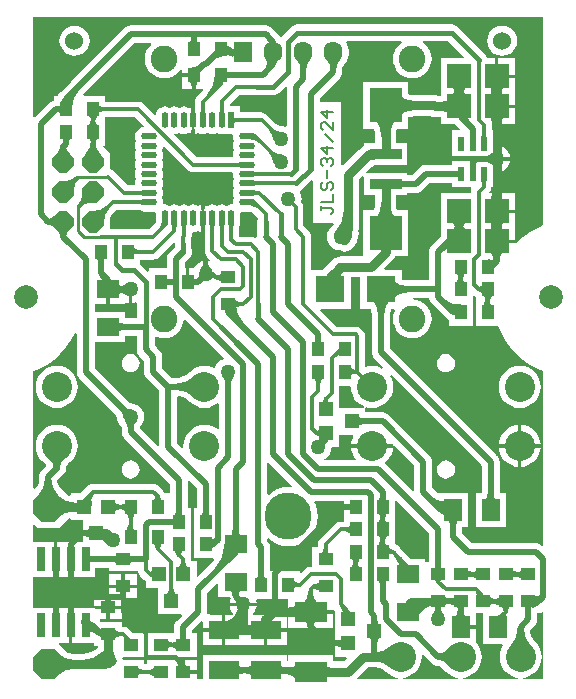
<source format=gtl>
%FSLAX23Y23*%
%MOIN*%
G70*
G01*
G75*
G04 Layer_Physical_Order=1*
G04 Layer_Color=255*
%ADD10C,0.030*%
%ADD11C,0.020*%
%ADD12C,0.012*%
%ADD13C,0.010*%
%ADD14R,0.024X0.047*%
%ADD15R,0.039X0.051*%
%ADD16R,0.110X0.115*%
%ADD17R,0.098X0.091*%
%ADD18R,0.060X0.074*%
%ADD19R,0.080X0.080*%
%ADD20R,0.074X0.060*%
%ADD21R,0.051X0.039*%
%ADD22O,0.053X0.022*%
%ADD23O,0.022X0.053*%
%ADD24R,0.022X0.053*%
%ADD25R,0.026X0.079*%
%ADD26R,0.106X0.033*%
%ADD27R,0.110X0.070*%
%ADD28R,0.050X0.050*%
%ADD29R,0.050X0.050*%
%ADD30R,0.100X0.060*%
%ADD31C,0.015*%
%ADD32C,0.008*%
%ADD33C,0.157*%
%ADD34C,0.100*%
%ADD35P,0.108X8X112.5*%
%ADD36C,0.060*%
%ADD37C,0.089*%
%ADD38P,0.076X8X202.5*%
%ADD39R,0.062X0.070*%
%ADD40O,0.062X0.070*%
%ADD41C,0.079*%
%ADD42C,0.050*%
G36*
X663Y1094D02*
X663Y1094D01*
X652Y1089D01*
X643Y1082D01*
X636Y1073D01*
X632Y1064D01*
X628Y1063D01*
X623Y1065D01*
X610Y1069D01*
X596Y1070D01*
X583Y1069D01*
X570Y1065D01*
X557Y1058D01*
X547Y1050D01*
X546Y1049D01*
X537Y1041D01*
X525Y1035D01*
X513Y1031D01*
X501Y1030D01*
X500Y1030D01*
Y1030D01*
X488D01*
X455Y1063D01*
Y1100D01*
X454Y1108D01*
X451Y1115D01*
X449Y1118D01*
X446Y1121D01*
X446Y1121D01*
X430Y1138D01*
Y1166D01*
X435Y1169D01*
X438Y1167D01*
X450Y1164D01*
X463Y1162D01*
X475Y1164D01*
X487Y1167D01*
X498Y1173D01*
X508Y1181D01*
X516Y1191D01*
X522Y1202D01*
X526Y1214D01*
X527Y1224D01*
X532Y1226D01*
X663Y1094D01*
D02*
G37*
G36*
X1497Y1302D02*
X1500Y1301D01*
Y1279D01*
Y1204D01*
X1576D01*
X1585Y1182D01*
X1599Y1156D01*
X1616Y1132D01*
X1636Y1110D01*
X1658Y1091D01*
X1682Y1074D01*
X1707Y1060D01*
X1726Y1052D01*
Y473D01*
X1722Y471D01*
X1721Y471D01*
X1715Y476D01*
X1713Y477D01*
X1708Y479D01*
X1700Y480D01*
X1488D01*
X1455Y513D01*
Y533D01*
X1475D01*
Y647D01*
X1375D01*
X1375Y647D01*
Y647D01*
X1373Y646D01*
X1370Y648D01*
X1355Y663D01*
Y750D01*
X1354Y758D01*
X1352Y762D01*
X1351Y765D01*
X1346Y771D01*
X1211Y906D01*
X1205Y911D01*
X1203Y912D01*
X1198Y914D01*
X1190Y915D01*
X1133D01*
Y929D01*
X1137Y932D01*
X1141Y931D01*
X1155Y930D01*
X1168Y931D01*
X1182Y935D01*
X1194Y942D01*
X1204Y950D01*
X1213Y961D01*
X1220Y973D01*
X1224Y986D01*
X1225Y1000D01*
X1224Y1014D01*
X1220Y1027D01*
X1216Y1035D01*
X1220Y1038D01*
X1520Y737D01*
Y647D01*
X1500D01*
Y533D01*
X1600D01*
Y647D01*
X1580D01*
Y750D01*
X1579Y758D01*
X1579Y758D01*
Y758D01*
X1579D01*
X1579Y758D01*
D01*
D01*
D01*
Y758D01*
X1579D01*
D01*
X1579D01*
D01*
D01*
D01*
X1576Y765D01*
X1574Y768D01*
X1571Y771D01*
X1571Y771D01*
X1215Y1128D01*
Y1240D01*
X1215D01*
X1215Y1241D01*
Y1242D01*
X1217Y1254D01*
X1219Y1260D01*
X1229D01*
X1232Y1255D01*
X1230Y1252D01*
X1226Y1240D01*
X1225Y1227D01*
X1226Y1214D01*
X1230Y1202D01*
X1236Y1191D01*
X1244Y1181D01*
X1253Y1173D01*
X1265Y1167D01*
X1277Y1164D01*
X1289Y1162D01*
X1302Y1164D01*
X1314Y1167D01*
X1325Y1173D01*
X1335Y1181D01*
X1343Y1191D01*
X1349Y1202D01*
X1353Y1214D01*
X1354Y1227D01*
X1353Y1240D01*
X1349Y1252D01*
X1343Y1263D01*
X1335Y1273D01*
X1325Y1281D01*
X1314Y1287D01*
X1302Y1290D01*
X1289Y1292D01*
X1293Y1295D01*
X1345D01*
X1346Y1292D01*
X1348Y1287D01*
X1349Y1285D01*
X1354Y1279D01*
X1369Y1263D01*
X1369Y1263D01*
X1369Y1263D01*
X1371Y1262D01*
X1397Y1235D01*
X1397Y1235D01*
X1398Y1235D01*
X1404Y1229D01*
X1410Y1224D01*
X1410Y1224D01*
Y1204D01*
X1490D01*
Y1279D01*
Y1302D01*
X1494Y1304D01*
X1497Y1302D01*
D02*
G37*
G36*
X1084Y1001D02*
X1084Y1000D01*
X1086Y986D01*
X1090Y973D01*
X1096Y961D01*
X1105Y950D01*
X1116Y942D01*
X1128Y935D01*
X1128Y935D01*
X1127Y930D01*
X1045D01*
Y970D01*
X1045D01*
X1044Y971D01*
X1045Y973D01*
X1046Y980D01*
X1046Y980D01*
Y1004D01*
X1081D01*
X1084Y1001D01*
D02*
G37*
G36*
X1115Y1260D02*
X1150D01*
X1153Y1254D01*
X1154Y1242D01*
Y1241D01*
X1154Y1240D01*
X1154D01*
Y1115D01*
X1155Y1108D01*
X1158Y1102D01*
X1158Y1100D01*
X1163Y1094D01*
X1192Y1065D01*
X1189Y1061D01*
X1182Y1065D01*
X1168Y1069D01*
X1155Y1070D01*
X1141Y1069D01*
X1135Y1067D01*
X1131Y1070D01*
Y1170D01*
X1130Y1177D01*
X1127Y1183D01*
X1123Y1189D01*
X1123Y1189D01*
X1119Y1194D01*
X1113Y1198D01*
X1107Y1200D01*
X1100Y1201D01*
X1100Y1201D01*
X1036D01*
X982Y1255D01*
X984Y1260D01*
X1085D01*
Y1365D01*
X1115D01*
Y1260D01*
D02*
G37*
G36*
X1127Y1700D02*
Y1638D01*
X1165D01*
Y1611D01*
X1165D01*
X1165Y1610D01*
X1164Y1599D01*
X1161Y1590D01*
X1125D01*
Y1435D01*
X1050D01*
X1041Y1434D01*
X1032Y1431D01*
X1025Y1425D01*
X1025Y1425D01*
X1025Y1425D01*
X1024Y1424D01*
X999Y1399D01*
X999Y1399D01*
X999Y1399D01*
X990Y1390D01*
X990Y1390D01*
X951D01*
Y1500D01*
X950Y1507D01*
X948Y1513D01*
X944Y1519D01*
X944Y1519D01*
X926Y1536D01*
Y1600D01*
X925Y1607D01*
X923Y1613D01*
X919Y1617D01*
X920Y1625D01*
X919Y1637D01*
X914Y1648D01*
X914Y1648D01*
X915Y1653D01*
X917Y1654D01*
X922Y1658D01*
X952Y1688D01*
X957Y1686D01*
Y1547D01*
X1025D01*
X1027Y1542D01*
X1019Y1533D01*
X1018Y1532D01*
X1011Y1523D01*
X1006Y1512D01*
X1005Y1500D01*
X1006Y1488D01*
X1011Y1477D01*
X1018Y1468D01*
X1027Y1461D01*
X1038Y1456D01*
X1047Y1455D01*
X1055Y1452D01*
X1064Y1451D01*
X1073Y1452D01*
X1082Y1455D01*
X1089Y1461D01*
X1089Y1461D01*
X1098Y1472D01*
X1105Y1484D01*
X1109Y1498D01*
X1110Y1512D01*
X1110D01*
X1109Y1519D01*
X1110Y1525D01*
Y1583D01*
X1110Y1584D01*
X1110D01*
Y1690D01*
X1122Y1702D01*
X1127Y1700D01*
D02*
G37*
G36*
X723Y1584D02*
X754D01*
X754Y1583D01*
X754Y1583D01*
X754Y1583D01*
X754D01*
X754D01*
Y1583D01*
X754Y1583D01*
X754Y1583D01*
X754Y1583D01*
X774Y1564D01*
Y1559D01*
X773Y1557D01*
X772Y1550D01*
Y1511D01*
X771Y1508D01*
X770Y1500D01*
X770Y1498D01*
X766Y1496D01*
X763Y1498D01*
X757Y1500D01*
X750Y1501D01*
X750Y1501D01*
X711D01*
Y1529D01*
X712Y1530D01*
X715Y1538D01*
X716Y1546D01*
Y1577D01*
X716Y1581D01*
X719Y1584D01*
X723Y1584D01*
D02*
G37*
G36*
X356Y1280D02*
X362Y1281D01*
X368Y1284D01*
X372Y1281D01*
Y1230D01*
X332D01*
Y1250D01*
X230D01*
Y1275D01*
X269D01*
Y1325D01*
X281D01*
Y1275D01*
X332D01*
Y1279D01*
X336Y1282D01*
X338Y1281D01*
X344Y1280D01*
Y1325D01*
X356D01*
Y1280D01*
D02*
G37*
G36*
X498Y1479D02*
X497Y1475D01*
Y1465D01*
X479Y1446D01*
X474Y1440D01*
X473Y1438D01*
X471Y1433D01*
X470Y1425D01*
Y1396D01*
X410D01*
Y1385D01*
X406Y1384D01*
X380Y1410D01*
Y1424D01*
X425D01*
X425Y1424D01*
X432Y1425D01*
X438Y1427D01*
X444Y1431D01*
X493Y1481D01*
X498Y1479D01*
D02*
G37*
G36*
X1060Y606D02*
X1100D01*
Y594D01*
X1060D01*
Y554D01*
Y551D01*
X1050D01*
X1050Y551D01*
X1043Y550D01*
X1037Y548D01*
X1031Y544D01*
X1031Y544D01*
X981Y494D01*
X977Y488D01*
X975Y482D01*
X974Y475D01*
X974Y475D01*
Y465D01*
X954D01*
Y401D01*
X950D01*
X950Y401D01*
X943Y400D01*
X937Y398D01*
X931Y394D01*
X931Y394D01*
X919Y381D01*
X915Y383D01*
Y386D01*
X835D01*
Y294D01*
X875D01*
Y256D01*
X1025D01*
Y257D01*
X1026Y257D01*
X1030Y254D01*
Y180D01*
Y151D01*
X1075D01*
Y139D01*
X1030D01*
Y100D01*
X1069D01*
X1070Y95D01*
X1060Y85D01*
X1025D01*
Y105D01*
X875D01*
Y85D01*
X870D01*
Y105D01*
X590D01*
Y25D01*
X571D01*
Y44D01*
X525D01*
Y50D01*
X519D01*
Y90D01*
X404D01*
Y76D01*
X396D01*
Y90D01*
X324D01*
X323Y95D01*
X323Y96D01*
X326Y100D01*
X396D01*
Y180D01*
X357D01*
X354Y183D01*
X353Y185D01*
X353Y185D01*
X352Y185D01*
X344Y194D01*
X338Y198D01*
X332Y200D01*
X325Y201D01*
X325Y201D01*
X321D01*
Y215D01*
X267D01*
X267Y215D01*
X267Y215D01*
X254D01*
X251Y217D01*
X251Y217D01*
X247Y221D01*
X249Y225D01*
X269D01*
Y259D01*
X233D01*
Y264D01*
X229D01*
Y264D01*
X156D01*
Y205D01*
Y146D01*
X229D01*
Y135D01*
X240D01*
Y129D01*
X232Y123D01*
X219Y116D01*
X205Y112D01*
X192Y110D01*
X159D01*
Y110D01*
X159Y110D01*
X158D01*
X147Y112D01*
X141Y114D01*
X111Y144D01*
X111D01*
D01*
Y144D01*
X111D01*
D01*
D01*
X111D01*
X110Y145D01*
X111Y146D01*
X144D01*
Y205D01*
Y264D01*
X106D01*
Y205D01*
X94D01*
Y264D01*
X25D01*
Y366D01*
X94D01*
Y425D01*
Y484D01*
X25D01*
Y538D01*
X30Y540D01*
X40Y530D01*
X110D01*
X141Y561D01*
X146Y563D01*
X150Y560D01*
Y555D01*
X190D01*
Y518D01*
X235D01*
Y506D01*
X190D01*
Y484D01*
X156D01*
Y425D01*
Y366D01*
X233D01*
Y395D01*
X279D01*
Y385D01*
X371D01*
Y385D01*
X374D01*
X375Y383D01*
X377Y377D01*
X381Y371D01*
X396Y356D01*
X396Y356D01*
X400Y354D01*
Y330D01*
X440D01*
Y242D01*
X518D01*
X520Y237D01*
X504Y221D01*
X499Y215D01*
X498Y213D01*
X496Y208D01*
X495Y200D01*
Y180D01*
X404D01*
Y100D01*
X571D01*
Y180D01*
X555D01*
Y187D01*
X585Y218D01*
X590Y216D01*
Y196D01*
X654D01*
Y240D01*
X628D01*
X605Y243D01*
X604Y244D01*
X605Y250D01*
X605Y250D01*
Y312D01*
X638Y346D01*
X643Y344D01*
Y300D01*
X682D01*
X685Y296D01*
X681Y287D01*
X680Y281D01*
X770D01*
X769Y287D01*
X767Y290D01*
X770Y294D01*
X825D01*
Y386D01*
X815D01*
Y465D01*
X814Y473D01*
X811Y480D01*
X809Y483D01*
X806Y486D01*
X806Y486D01*
X805Y488D01*
Y492D01*
X810Y495D01*
X821Y485D01*
X838Y476D01*
X857Y471D01*
X876Y469D01*
X895Y471D01*
X914Y476D01*
X931Y485D01*
X946Y498D01*
X958Y513D01*
X967Y530D01*
X973Y548D01*
X975Y568D01*
X973Y587D01*
X967Y606D01*
X962Y615D01*
X965Y620D01*
X1060D01*
Y606D01*
D02*
G37*
G36*
X1093Y836D02*
X1090Y830D01*
X1086Y817D01*
X1085Y809D01*
X1223D01*
X1225Y808D01*
X1225Y803D01*
X1225Y801D01*
X1230Y803D01*
X1295Y737D01*
Y655D01*
X1290Y653D01*
X1196Y746D01*
X1196Y747D01*
X1204Y753D01*
X1213Y764D01*
X1220Y776D01*
X1224Y789D01*
X1224Y797D01*
X1085D01*
X1086Y789D01*
X1090Y776D01*
X1096Y764D01*
X1100Y760D01*
X1098Y755D01*
X997D01*
X996Y760D01*
X998Y761D01*
X1007Y768D01*
X1014Y777D01*
X1019Y788D01*
X1020Y800D01*
X1045D01*
Y840D01*
X1090D01*
X1093Y836D01*
D02*
G37*
G36*
X570Y662D02*
Y596D01*
X560D01*
Y504D01*
Y429D01*
X626D01*
X629Y425D01*
X627Y422D01*
X616Y409D01*
X615Y408D01*
X615D01*
X615Y408D01*
X575Y367D01*
X570Y369D01*
Y420D01*
X560D01*
X551Y421D01*
Y421D01*
X551Y421D01*
Y425D01*
X551Y425D01*
X550Y432D01*
X550Y433D01*
Y504D01*
Y596D01*
X540D01*
Y685D01*
X545Y687D01*
X570Y662D01*
D02*
G37*
G36*
X1345Y512D02*
Y415D01*
X1332D01*
Y425D01*
X1287D01*
X1286Y426D01*
X1286Y427D01*
X1286Y427D01*
X1285Y427D01*
X1268Y444D01*
X1266Y446D01*
X1266D01*
X1266Y446D01*
X1266D01*
Y446D01*
X1266D01*
X1248Y464D01*
D01*
D01*
D01*
X1248Y464D01*
D01*
D01*
D01*
D01*
X1248Y464D01*
X1247Y465D01*
D01*
X1247D01*
Y465D01*
D01*
X1247Y465D01*
X1247Y465D01*
D01*
D01*
Y465D01*
X1247Y465D01*
X1247Y465D01*
X1247Y465D01*
X1247Y465D01*
Y465D01*
D01*
D01*
X1247Y465D01*
X1247Y465D01*
X1247Y465D01*
X1244Y469D01*
X1238Y473D01*
X1232Y475D01*
X1230Y476D01*
Y479D01*
Y554D01*
Y621D01*
X1234Y623D01*
X1345Y512D01*
D02*
G37*
G36*
X370Y1125D02*
X371Y1117D01*
X373Y1112D01*
X374Y1110D01*
X379Y1104D01*
X395Y1087D01*
Y1050D01*
X396Y1042D01*
X398Y1037D01*
X399Y1035D01*
X404Y1029D01*
X445Y987D01*
Y805D01*
X440Y803D01*
X380Y863D01*
Y864D01*
X380D01*
X380Y864D01*
X382Y868D01*
X382Y868D01*
X389Y877D01*
X394Y888D01*
X395Y900D01*
X394Y912D01*
X389Y923D01*
X382Y932D01*
X373Y939D01*
X362Y944D01*
X350Y945D01*
X349Y945D01*
X346Y947D01*
X346Y947D01*
X346Y947D01*
X346Y947D01*
X230Y1063D01*
Y1150D01*
X332D01*
Y1170D01*
X370D01*
Y1125D01*
D02*
G37*
G36*
X513Y969D02*
X525Y965D01*
X537Y959D01*
X546Y951D01*
X547Y950D01*
X557Y942D01*
X570Y935D01*
X583Y931D01*
X596Y930D01*
X610Y931D01*
X623Y935D01*
X636Y942D01*
X640Y945D01*
X645Y943D01*
Y860D01*
X640Y858D01*
X636Y862D01*
X623Y868D01*
X610Y872D01*
X596Y873D01*
X583Y872D01*
X570Y868D01*
X557Y862D01*
X547Y853D01*
X538Y842D01*
X531Y830D01*
X527Y817D01*
X526Y803D01*
X527Y798D01*
X522Y796D01*
X505Y813D01*
Y966D01*
X509Y969D01*
X513Y969D01*
D02*
G37*
G36*
X887Y670D02*
X885Y666D01*
X876Y667D01*
X857Y665D01*
X838Y659D01*
X821Y650D01*
X810Y641D01*
X805Y643D01*
Y745D01*
X810Y747D01*
X887Y670D01*
D02*
G37*
G36*
X170Y1177D02*
Y1050D01*
X171Y1042D01*
X173Y1037D01*
X174Y1035D01*
X179Y1029D01*
X303Y904D01*
Y904D01*
X303Y904D01*
X303Y904D01*
X303Y904D01*
X305Y901D01*
X305Y900D01*
X306Y888D01*
X311Y877D01*
X318Y868D01*
X318Y868D01*
X320Y864D01*
X320Y864D01*
X320D01*
Y850D01*
X321Y842D01*
X323Y837D01*
X324Y835D01*
X329Y829D01*
X480Y677D01*
Y646D01*
X480D01*
Y646D01*
X464D01*
X463Y648D01*
X459Y654D01*
X459Y654D01*
X444Y669D01*
X438Y673D01*
X432Y675D01*
X425Y676D01*
X425Y676D01*
X225D01*
X225Y676D01*
X218Y675D01*
X212Y673D01*
X206Y669D01*
X206Y669D01*
D01*
D01*
X206Y669D01*
X206Y669D01*
D01*
X206Y668D01*
X192Y654D01*
X192Y654D01*
X191Y654D01*
X183Y645D01*
X150D01*
Y640D01*
X146Y637D01*
X141Y639D01*
X112Y668D01*
X110Y671D01*
X106Y684D01*
X106Y688D01*
X126Y708D01*
X131Y714D01*
X134Y721D01*
X135Y729D01*
D01*
D01*
D01*
D01*
D01*
X135D01*
D01*
X135Y729D01*
X135Y729D01*
X135D01*
X135Y730D01*
X136Y736D01*
X140Y742D01*
X143Y744D01*
X143Y744D01*
X143Y744D01*
X143Y744D01*
X143Y745D01*
X154Y753D01*
X163Y764D01*
X169Y776D01*
X173Y789D01*
X175Y803D01*
X173Y817D01*
X169Y830D01*
X163Y842D01*
X154Y853D01*
X143Y862D01*
X131Y868D01*
X118Y872D01*
X104Y873D01*
X91Y872D01*
X77Y868D01*
X65Y862D01*
X55Y853D01*
X46Y842D01*
X39Y830D01*
X35Y817D01*
X34Y803D01*
X35Y789D01*
X39Y776D01*
X46Y764D01*
X55Y753D01*
X65Y745D01*
X66Y744D01*
X66Y744D01*
X66Y744D01*
X66Y744D01*
X69Y742D01*
X69Y737D01*
X54Y721D01*
X49Y715D01*
X48Y713D01*
X46Y708D01*
X45Y700D01*
Y697D01*
X45D01*
X45Y695D01*
X44Y684D01*
X40Y671D01*
X38Y668D01*
X30Y660D01*
X25Y662D01*
Y1052D01*
X45Y1060D01*
X70Y1074D01*
X94Y1091D01*
X116Y1110D01*
X136Y1132D01*
X153Y1156D01*
X165Y1178D01*
X170Y1177D01*
D02*
G37*
G36*
X1178Y63D02*
X1190Y58D01*
X1200Y51D01*
X1200Y50D01*
X1211Y42D01*
X1223Y35D01*
X1236Y31D01*
X1242Y30D01*
X1241Y25D01*
X1107D01*
X1105Y30D01*
X1140Y65D01*
X1166D01*
Y65D01*
X1166Y65D01*
X1167D01*
X1178Y63D01*
D02*
G37*
G36*
X870Y1999D02*
Y1870D01*
X866Y1867D01*
X862Y1869D01*
X850Y1870D01*
X849Y1870D01*
X842Y1872D01*
X837Y1875D01*
X836Y1876D01*
X836Y1876D01*
X836Y1876D01*
X805Y1907D01*
X800Y1911D01*
X793Y1914D01*
X787Y1915D01*
X787Y1915D01*
X716D01*
Y1935D01*
X680D01*
Y1943D01*
X711Y1974D01*
X761D01*
X763Y1973D01*
X770Y1972D01*
X825D01*
X832Y1973D01*
X836Y1975D01*
X839Y1976D01*
X845Y1980D01*
X865Y2001D01*
X870Y1999D01*
D02*
G37*
G36*
X418Y2140D02*
X417Y2139D01*
X409Y2129D01*
X403Y2118D01*
X399Y2106D01*
X398Y2093D01*
X399Y2080D01*
X403Y2068D01*
X409Y2057D01*
X417Y2047D01*
X427Y2039D01*
X438Y2033D01*
X450Y2030D01*
X463Y2028D01*
X475Y2030D01*
X487Y2033D01*
X498Y2039D01*
X508Y2047D01*
X516Y2056D01*
X520Y2055D01*
Y2046D01*
X560D01*
Y2040D01*
X566D01*
Y1994D01*
X590D01*
X593Y1990D01*
X591Y1988D01*
X572Y1969D01*
X568Y1964D01*
X565Y1958D01*
X565Y1951D01*
X565Y1951D01*
Y1938D01*
X561Y1935D01*
X565Y1935D01*
Y1921D01*
X564Y1920D01*
X561Y1912D01*
X560Y1904D01*
Y1888D01*
Y1873D01*
X561Y1865D01*
X564Y1857D01*
X565Y1855D01*
Y1842D01*
X567Y1843D01*
X575Y1846D01*
X575Y1846D01*
X575Y1846D01*
X583Y1843D01*
X591Y1842D01*
X599Y1843D01*
X606Y1846D01*
X606Y1846D01*
X607Y1846D01*
X614Y1843D01*
X622Y1842D01*
X630Y1843D01*
X638Y1846D01*
X638Y1846D01*
X638Y1846D01*
X646Y1843D01*
X654Y1842D01*
X656Y1842D01*
X689D01*
X692Y1838D01*
X692Y1835D01*
X693Y1827D01*
X696Y1820D01*
X696Y1819D01*
X696Y1819D01*
X693Y1812D01*
X692Y1804D01*
X693Y1796D01*
X696Y1788D01*
X696Y1788D01*
X696Y1788D01*
X693Y1780D01*
X692Y1772D01*
X692Y1771D01*
X688Y1767D01*
X570D01*
X496Y1841D01*
X496Y1842D01*
X504Y1843D01*
X512Y1846D01*
X512Y1846D01*
X512Y1846D01*
X520Y1843D01*
X528Y1842D01*
X536Y1843D01*
X543Y1846D01*
X544Y1846D01*
X544Y1846D01*
X551Y1843D01*
X553Y1842D01*
Y1855D01*
X555Y1857D01*
X558Y1865D01*
X559Y1873D01*
Y1888D01*
Y1904D01*
X558Y1912D01*
X555Y1920D01*
X553Y1922D01*
Y1934D01*
X551Y1934D01*
X544Y1931D01*
X544Y1931D01*
X543Y1931D01*
X536Y1934D01*
X528Y1935D01*
X520Y1934D01*
X512Y1931D01*
X512Y1931D01*
X512Y1931D01*
X504Y1934D01*
X496Y1935D01*
X488Y1934D01*
X481Y1931D01*
X481Y1931D01*
X480Y1931D01*
X473Y1934D01*
X465Y1935D01*
X457Y1934D01*
X449Y1931D01*
X443Y1926D01*
X438Y1920D01*
X435Y1912D01*
X434Y1909D01*
X430Y1907D01*
X394Y1944D01*
X388Y1948D01*
X382Y1950D01*
X375Y1951D01*
X375Y1951D01*
X265D01*
Y1971D01*
X195D01*
X193Y1975D01*
X193Y1975D01*
X363Y2145D01*
X417D01*
X418Y2140D01*
D02*
G37*
G36*
X1726Y2225D02*
X1725Y2223D01*
Y1538D01*
X1707Y1531D01*
X1682Y1517D01*
X1658Y1500D01*
X1636Y1480D01*
X1635Y1479D01*
X1630Y1481D01*
Y1479D01*
X1570D01*
Y1491D01*
X1630D01*
Y1525D01*
Y1579D01*
X1570D01*
Y1585D01*
X1564D01*
Y1645D01*
X1549D01*
X1548Y1646D01*
X1546Y1649D01*
X1550Y1654D01*
X1553Y1661D01*
X1553D01*
D01*
D01*
D01*
D01*
X1553D01*
D01*
D01*
D01*
D01*
Y1661D01*
X1553D01*
D01*
Y1661D01*
D01*
D01*
D01*
D01*
D01*
D01*
D01*
D01*
D01*
D01*
D01*
D01*
Y1661D01*
D01*
X1553D01*
D01*
D01*
D01*
D01*
X1553Y1661D01*
X1553Y1665D01*
X1559D01*
Y1712D01*
X1563Y1716D01*
X1564Y1715D01*
Y1754D01*
X1525D01*
X1525Y1756D01*
X1522Y1752D01*
X1496D01*
Y1709D01*
X1484D01*
Y1752D01*
X1421D01*
Y1739D01*
X1334D01*
X1326Y1738D01*
X1319Y1735D01*
X1312Y1730D01*
X1287Y1705D01*
X1273D01*
Y1712D01*
X1138D01*
X1136Y1716D01*
X1154Y1734D01*
X1158Y1737D01*
X1164Y1738D01*
X1164Y1738D01*
Y1738D01*
X1166Y1738D01*
X1273D01*
Y1812D01*
X1235D01*
Y1839D01*
X1235D01*
X1235Y1840D01*
X1236Y1851D01*
X1239Y1860D01*
X1275D01*
Y1898D01*
X1284Y1901D01*
X1295Y1902D01*
X1296Y1902D01*
Y1902D01*
X1352D01*
X1356Y1901D01*
X1365Y1900D01*
X1385D01*
X1385Y1900D01*
X1385D01*
X1385Y1899D01*
Y1875D01*
X1432D01*
X1436Y1871D01*
X1436Y1871D01*
D01*
Y1871D01*
X1436D01*
D01*
Y1871D01*
X1436Y1871D01*
X1436Y1871D01*
Y1871D01*
X1448Y1859D01*
X1446Y1855D01*
X1421D01*
Y1768D01*
X1522D01*
X1525Y1764D01*
X1525Y1766D01*
X1564D01*
Y1805D01*
X1563Y1804D01*
X1559Y1808D01*
Y1855D01*
X1554D01*
Y1873D01*
X1554Y1873D01*
X1556Y1875D01*
X1564D01*
Y1935D01*
X1570D01*
Y1941D01*
X1630D01*
Y1975D01*
Y2029D01*
X1570D01*
Y2035D01*
X1564D01*
Y2095D01*
X1537D01*
X1537Y2097D01*
X1534Y2104D01*
X1530Y2110D01*
X1440Y2200D01*
X1434Y2204D01*
X1431Y2205D01*
X1427Y2207D01*
X1420Y2208D01*
X906D01*
X899Y2207D01*
X895Y2205D01*
X892Y2204D01*
X886Y2200D01*
X856Y2170D01*
X855Y2167D01*
X853D01*
X850D01*
X850Y2167D01*
X850D01*
X847Y2170D01*
X847Y2170D01*
X834Y2184D01*
X833Y2185D01*
X833D01*
X833Y2185D01*
X833D01*
Y2185D01*
X833D01*
X821Y2196D01*
X815Y2201D01*
X813Y2202D01*
X808Y2204D01*
X800Y2205D01*
X350D01*
X342Y2204D01*
X335Y2201D01*
X329Y2196D01*
X151Y2019D01*
X151Y2019D01*
X151Y2019D01*
X150Y2017D01*
X117Y1984D01*
X116D01*
X116Y1984D01*
Y1984D01*
X116Y1984D01*
X116Y1984D01*
X114Y1981D01*
X109Y1975D01*
X109Y1975D01*
X107Y1973D01*
X106Y1971D01*
X95D01*
Y1955D01*
X93Y1954D01*
X92Y1954D01*
X89Y1953D01*
X85Y1951D01*
X79Y1946D01*
X30Y1898D01*
X25Y1900D01*
Y2234D01*
X1726D01*
Y2225D01*
D02*
G37*
G36*
X1525Y143D02*
X1589D01*
X1591Y139D01*
X1585Y127D01*
X1581Y114D01*
X1580Y100D01*
X1581Y86D01*
X1585Y73D01*
X1592Y61D01*
X1600Y50D01*
X1611Y42D01*
X1623Y35D01*
X1636Y31D01*
X1642Y30D01*
X1641Y25D01*
X1459D01*
X1458Y30D01*
X1464Y31D01*
X1477Y35D01*
X1489Y42D01*
X1500Y50D01*
X1508Y61D01*
X1515Y73D01*
X1519Y86D01*
X1520Y100D01*
X1519Y114D01*
X1515Y127D01*
X1508Y139D01*
X1500Y149D01*
Y194D01*
X1450D01*
Y206D01*
X1500D01*
Y245D01*
X1525D01*
Y143D01*
D02*
G37*
G36*
X1354Y79D02*
X1360Y74D01*
X1362Y73D01*
X1367Y71D01*
X1375Y70D01*
X1375D01*
Y70D01*
X1376Y70D01*
X1383Y68D01*
X1389Y64D01*
X1391Y61D01*
X1392Y61D01*
X1400Y50D01*
X1411Y42D01*
X1423Y35D01*
X1436Y31D01*
X1442Y30D01*
X1441Y25D01*
X1259D01*
X1258Y30D01*
X1264Y31D01*
X1277Y35D01*
X1289Y42D01*
X1300Y50D01*
X1308Y61D01*
X1315Y73D01*
X1319Y86D01*
X1320Y100D01*
X1320Y106D01*
X1324Y108D01*
X1354Y79D01*
D02*
G37*
G36*
X1461Y2100D02*
X1459Y2095D01*
X1385D01*
Y1975D01*
Y1971D01*
X1385Y1970D01*
X1385D01*
X1385Y1970D01*
X1375D01*
X1372Y1972D01*
X1362Y1973D01*
X1296D01*
Y1973D01*
X1295Y1973D01*
X1284Y1974D01*
X1275Y1977D01*
Y2015D01*
X1125D01*
Y1860D01*
X1161D01*
X1164Y1851D01*
X1165Y1840D01*
X1165Y1839D01*
X1165D01*
Y1812D01*
X1127D01*
Y1805D01*
X1121Y1801D01*
X1120Y1800D01*
X1111Y1791D01*
X1111Y1791D01*
X1111Y1791D01*
X1105Y1785D01*
X1104Y1784D01*
Y1784D01*
Y1784D01*
X1058Y1738D01*
X1053Y1739D01*
Y1950D01*
X980D01*
Y1962D01*
X1047Y2030D01*
X1052Y2036D01*
X1055Y2043D01*
X1056Y2051D01*
Y2060D01*
X1056D01*
X1056Y2061D01*
X1058Y2068D01*
X1062Y2074D01*
X1062Y2074D01*
X1071Y2085D01*
X1076Y2097D01*
X1077Y2111D01*
Y2119D01*
X1076Y2132D01*
X1071Y2144D01*
X1068Y2148D01*
X1070Y2152D01*
X1253D01*
X1255Y2147D01*
X1253Y2147D01*
X1244Y2139D01*
X1236Y2129D01*
X1230Y2118D01*
X1226Y2106D01*
X1225Y2093D01*
X1226Y2080D01*
X1230Y2068D01*
X1236Y2057D01*
X1244Y2047D01*
X1253Y2039D01*
X1265Y2033D01*
X1277Y2030D01*
X1289Y2028D01*
X1302Y2030D01*
X1314Y2033D01*
X1325Y2039D01*
X1335Y2047D01*
X1343Y2057D01*
X1349Y2068D01*
X1353Y2080D01*
X1354Y2093D01*
X1353Y2106D01*
X1349Y2118D01*
X1343Y2129D01*
X1335Y2139D01*
X1325Y2147D01*
X1324Y2147D01*
X1325Y2152D01*
X1409D01*
X1461Y2100D01*
D02*
G37*
G36*
X1726Y253D02*
Y25D01*
X1659D01*
X1658Y30D01*
X1664Y31D01*
X1677Y35D01*
X1689Y42D01*
X1700Y50D01*
X1708Y61D01*
X1715Y73D01*
X1719Y86D01*
X1720Y100D01*
X1719Y114D01*
X1715Y127D01*
X1708Y139D01*
X1700Y150D01*
X1699Y150D01*
X1691Y160D01*
X1685Y171D01*
X1681Y184D01*
X1681Y188D01*
X1696Y204D01*
X1696Y204D01*
X1699Y207D01*
X1701Y210D01*
X1704Y217D01*
X1705Y225D01*
Y245D01*
X1721D01*
Y251D01*
X1725Y254D01*
X1726Y253D01*
D02*
G37*
G36*
X1421Y1665D02*
X1484D01*
X1486Y1661D01*
X1485Y1657D01*
X1484Y1650D01*
X1484Y1650D01*
Y1645D01*
X1385D01*
Y1525D01*
Y1503D01*
X1363Y1481D01*
X1362Y1480D01*
X1362Y1479D01*
X1354Y1471D01*
X1349Y1465D01*
X1348Y1463D01*
X1346Y1458D01*
X1345Y1450D01*
Y1355D01*
X1274D01*
Y1355D01*
X1273Y1355D01*
X1272D01*
X1259Y1357D01*
X1254Y1359D01*
Y1390D01*
X1197D01*
X1195Y1395D01*
X1225Y1425D01*
X1231Y1432D01*
X1232Y1435D01*
X1275D01*
Y1590D01*
X1239D01*
X1236Y1599D01*
X1235Y1610D01*
X1235Y1611D01*
X1235D01*
Y1638D01*
X1273D01*
Y1645D01*
X1300D01*
X1308Y1646D01*
X1315Y1649D01*
X1321Y1653D01*
Y1653D01*
X1321D01*
D01*
D01*
D01*
D01*
D01*
D01*
X1321D01*
D01*
X1321D01*
Y1653D01*
D01*
D01*
D01*
D01*
Y1653D01*
D01*
D01*
D01*
D01*
D01*
D01*
Y1653D01*
D01*
D01*
X1321D01*
D01*
D01*
D01*
X1346Y1679D01*
X1421D01*
Y1665D01*
D02*
G37*
G36*
X396Y1867D02*
X396Y1866D01*
X388Y1865D01*
X380Y1862D01*
X374Y1857D01*
X369Y1851D01*
X366Y1843D01*
X365Y1835D01*
X366Y1827D01*
X369Y1820D01*
X369Y1819D01*
X369Y1819D01*
X366Y1812D01*
X365Y1804D01*
X366Y1796D01*
X369Y1788D01*
X369Y1788D01*
X369Y1788D01*
X366Y1780D01*
X365Y1772D01*
X366Y1764D01*
X369Y1757D01*
X369Y1756D01*
X369Y1756D01*
X366Y1749D01*
X365Y1741D01*
X366Y1733D01*
X369Y1725D01*
X369Y1725D01*
X369Y1725D01*
X366Y1717D01*
X365Y1709D01*
X366Y1701D01*
X369Y1694D01*
X369Y1694D01*
X369Y1693D01*
X366Y1686D01*
X365Y1678D01*
X365Y1676D01*
X362Y1672D01*
X340D01*
X294Y1719D01*
X288Y1723D01*
X282Y1725D01*
X280Y1726D01*
Y1778D01*
X255Y1802D01*
X257Y1804D01*
X265D01*
Y1879D01*
Y1899D01*
X364D01*
X396Y1867D01*
D02*
G37*
G36*
X380Y1588D02*
X388Y1585D01*
X396Y1584D01*
X427D01*
X431Y1584D01*
X434Y1581D01*
X434Y1577D01*
Y1546D01*
X433Y1546D01*
X433Y1546D01*
X433Y1546D01*
X433Y1546D01*
X433Y1546D01*
X433Y1546D01*
X414Y1526D01*
X280D01*
Y1548D01*
X280Y1550D01*
X280D01*
X280Y1550D01*
X282Y1561D01*
X286Y1572D01*
X292Y1580D01*
X293Y1581D01*
X293Y1581D01*
X293Y1581D01*
X301Y1589D01*
X379D01*
X380Y1588D01*
D02*
G37*
G36*
X541Y1722D02*
X541Y1722D01*
X546Y1718D01*
X552Y1715D01*
Y1715D01*
X552D01*
Y1715D01*
D01*
D01*
D01*
X552D01*
Y1715D01*
X552Y1715D01*
X552Y1715D01*
X559Y1715D01*
X559Y1715D01*
X688D01*
X692Y1711D01*
X692Y1709D01*
X693Y1701D01*
X696Y1694D01*
X696Y1694D01*
X696Y1693D01*
X693Y1686D01*
X692Y1678D01*
X693Y1670D01*
X696Y1662D01*
X696Y1662D01*
X696Y1662D01*
X693Y1654D01*
X692Y1646D01*
X693Y1638D01*
X696Y1631D01*
X696Y1631D01*
X696Y1630D01*
X693Y1623D01*
X692Y1615D01*
X692Y1612D01*
X688Y1608D01*
X685Y1608D01*
X677Y1607D01*
X670Y1604D01*
X669Y1604D01*
X669Y1604D01*
X662Y1607D01*
X654Y1608D01*
X646Y1607D01*
X638Y1604D01*
X638Y1604D01*
X638Y1604D01*
X630Y1607D01*
X622Y1608D01*
X614Y1607D01*
X607Y1604D01*
X606Y1604D01*
X606Y1604D01*
X599Y1607D01*
X597Y1608D01*
Y1595D01*
X595Y1593D01*
X592Y1585D01*
X591Y1577D01*
Y1562D01*
Y1546D01*
X592Y1538D01*
X595Y1530D01*
X596Y1529D01*
Y1515D01*
X592Y1515D01*
X596Y1512D01*
Y1453D01*
X596Y1453D01*
X597Y1446D01*
X600Y1440D01*
X604Y1434D01*
X615Y1423D01*
X612Y1419D01*
X612Y1419D01*
X606Y1420D01*
Y1375D01*
X594D01*
Y1420D01*
X588Y1419D01*
X577Y1414D01*
X568Y1407D01*
X561Y1398D01*
X560Y1396D01*
X546D01*
Y1350D01*
X534D01*
Y1396D01*
X530D01*
Y1412D01*
X546Y1429D01*
X551Y1435D01*
X554Y1442D01*
X555Y1450D01*
X554Y1458D01*
X553Y1461D01*
Y1475D01*
X552Y1482D01*
X551Y1484D01*
Y1491D01*
X553Y1496D01*
X554Y1503D01*
X554Y1503D01*
Y1512D01*
X558Y1515D01*
X559Y1515D01*
X567Y1516D01*
X575Y1519D01*
X575Y1519D01*
X575Y1519D01*
X583Y1516D01*
X585Y1516D01*
Y1528D01*
X586Y1530D01*
X589Y1538D01*
X590Y1546D01*
Y1562D01*
Y1577D01*
X589Y1585D01*
X586Y1593D01*
X585Y1595D01*
Y1608D01*
X583Y1607D01*
X575Y1604D01*
X575Y1604D01*
X575Y1604D01*
X567Y1607D01*
X559Y1608D01*
X551Y1607D01*
X544Y1604D01*
X544Y1604D01*
X543Y1604D01*
X536Y1607D01*
X528Y1608D01*
X520Y1607D01*
X512Y1604D01*
X512Y1604D01*
X512Y1604D01*
X504Y1607D01*
X496Y1608D01*
X488Y1607D01*
X481Y1604D01*
X481Y1604D01*
X480Y1604D01*
X473Y1607D01*
X465Y1608D01*
X462Y1608D01*
X458Y1612D01*
X458Y1615D01*
X457Y1623D01*
X454Y1630D01*
X454Y1631D01*
X454Y1631D01*
X457Y1638D01*
X458Y1646D01*
X457Y1654D01*
X454Y1662D01*
X454Y1662D01*
X454Y1662D01*
X457Y1670D01*
X458Y1678D01*
X457Y1686D01*
X454Y1693D01*
X454Y1694D01*
X454Y1694D01*
X457Y1701D01*
X458Y1709D01*
X457Y1717D01*
X454Y1725D01*
X454Y1725D01*
X454Y1725D01*
X457Y1733D01*
X458Y1741D01*
X457Y1749D01*
X454Y1756D01*
X454Y1756D01*
X454Y1757D01*
X457Y1764D01*
X458Y1772D01*
X457Y1780D01*
X454Y1788D01*
X454Y1788D01*
X454Y1788D01*
X457Y1796D01*
X458Y1799D01*
X463Y1800D01*
X541Y1722D01*
D02*
G37*
%LPC*%
G36*
X571Y90D02*
X531D01*
Y56D01*
X571D01*
Y90D01*
D02*
G37*
G36*
X144Y484D02*
X106D01*
Y425D01*
Y366D01*
X144D01*
Y425D01*
Y484D01*
D02*
G37*
G36*
X371Y375D02*
X331D01*
Y341D01*
X371D01*
Y375D01*
D02*
G37*
G36*
X870Y240D02*
X806D01*
Y196D01*
X870D01*
Y240D01*
D02*
G37*
G36*
X1025Y244D02*
X956D01*
Y195D01*
X1025D01*
Y244D01*
D02*
G37*
G36*
X870Y184D02*
X806D01*
Y140D01*
X870D01*
Y184D01*
D02*
G37*
G36*
X944Y244D02*
X875D01*
Y195D01*
X944D01*
Y244D01*
D02*
G37*
G36*
X319Y329D02*
X279D01*
Y305D01*
X281D01*
Y271D01*
X321D01*
Y295D01*
X319D01*
Y329D01*
D02*
G37*
G36*
X269Y305D02*
X229D01*
Y271D01*
X269D01*
Y305D01*
D02*
G37*
G36*
X654Y184D02*
X590D01*
Y140D01*
X654D01*
Y184D01*
D02*
G37*
G36*
X770Y269D02*
X680D01*
X681Y263D01*
X686Y252D01*
X692Y244D01*
X689Y240D01*
X666D01*
Y190D01*
Y140D01*
X794D01*
Y190D01*
Y240D01*
X761D01*
X758Y244D01*
X764Y252D01*
X769Y263D01*
X770Y269D01*
D02*
G37*
G36*
X319Y375D02*
X279D01*
Y341D01*
X319D01*
Y375D01*
D02*
G37*
G36*
X371Y329D02*
X331D01*
Y295D01*
X371D01*
Y329D01*
D02*
G37*
G36*
X321Y259D02*
X281D01*
Y225D01*
X321D01*
Y259D01*
D02*
G37*
G36*
X1615Y1754D02*
X1576D01*
Y1715D01*
X1582Y1716D01*
X1593Y1721D01*
X1602Y1728D01*
X1609Y1737D01*
X1614Y1748D01*
X1615Y1754D01*
D02*
G37*
G36*
X1576Y1805D02*
Y1766D01*
X1615D01*
X1614Y1772D01*
X1609Y1783D01*
X1602Y1792D01*
X1593Y1799D01*
X1582Y1804D01*
X1576Y1805D01*
D02*
G37*
G36*
X350Y1109D02*
X343Y1108D01*
X335Y1105D01*
X329Y1100D01*
X324Y1094D01*
X321Y1087D01*
X320Y1079D01*
X321Y1071D01*
X324Y1064D01*
X329Y1057D01*
X335Y1053D01*
X343Y1050D01*
X350Y1049D01*
X358Y1050D01*
X365Y1053D01*
X372Y1057D01*
X376Y1064D01*
X379Y1071D01*
X380Y1079D01*
X379Y1087D01*
X376Y1094D01*
X372Y1100D01*
X365Y1105D01*
X358Y1108D01*
X350Y1109D01*
D02*
G37*
G36*
X1630Y1645D02*
X1576D01*
Y1591D01*
X1630D01*
Y1645D01*
D02*
G37*
G36*
Y1929D02*
X1576D01*
Y1875D01*
X1630D01*
Y1929D01*
D02*
G37*
G36*
X163Y2204D02*
X150Y2202D01*
X138Y2197D01*
X128Y2189D01*
X120Y2179D01*
X115Y2167D01*
X113Y2154D01*
X115Y2140D01*
X120Y2128D01*
X128Y2118D01*
X138Y2110D01*
X150Y2105D01*
X163Y2103D01*
X176Y2105D01*
X189Y2110D01*
X199Y2118D01*
X207Y2128D01*
X212Y2140D01*
X214Y2154D01*
X212Y2167D01*
X207Y2179D01*
X199Y2189D01*
X189Y2197D01*
X176Y2202D01*
X163Y2204D01*
D02*
G37*
G36*
X1589D02*
X1576Y2202D01*
X1563Y2197D01*
X1553Y2189D01*
X1545Y2179D01*
X1540Y2167D01*
X1538Y2154D01*
X1540Y2140D01*
X1545Y2128D01*
X1553Y2118D01*
X1563Y2110D01*
X1576Y2105D01*
X1589Y2103D01*
X1602Y2105D01*
X1614Y2110D01*
X1624Y2118D01*
X1632Y2128D01*
X1637Y2140D01*
X1639Y2154D01*
X1637Y2167D01*
X1632Y2179D01*
X1624Y2189D01*
X1614Y2197D01*
X1602Y2202D01*
X1589Y2204D01*
D02*
G37*
G36*
X554Y2034D02*
X520D01*
Y1994D01*
X554D01*
Y2034D01*
D02*
G37*
G36*
X1630Y2095D02*
X1576D01*
Y2041D01*
X1630D01*
Y2095D01*
D02*
G37*
G36*
X1641Y797D02*
X1577D01*
X1578Y789D01*
X1582Y776D01*
X1588Y764D01*
X1597Y753D01*
X1608Y745D01*
X1620Y738D01*
X1633Y734D01*
X1641Y733D01*
Y797D01*
D02*
G37*
G36*
X1717D02*
X1653D01*
Y733D01*
X1661Y734D01*
X1674Y738D01*
X1686Y745D01*
X1697Y753D01*
X1705Y764D01*
X1712Y776D01*
X1716Y789D01*
X1717Y797D01*
D02*
G37*
G36*
X1401Y755D02*
X1393Y753D01*
X1386Y750D01*
X1380Y746D01*
X1375Y739D01*
X1372Y732D01*
X1371Y724D01*
X1372Y717D01*
X1375Y709D01*
X1380Y703D01*
X1386Y698D01*
X1393Y695D01*
X1401Y694D01*
X1409Y695D01*
X1416Y698D01*
X1422Y703D01*
X1427Y709D01*
X1430Y717D01*
X1431Y724D01*
X1430Y732D01*
X1427Y739D01*
X1422Y746D01*
X1416Y750D01*
X1409Y753D01*
X1401Y755D01*
D02*
G37*
G36*
X350Y755D02*
X343Y753D01*
X335Y750D01*
X329Y746D01*
X324Y739D01*
X321Y732D01*
X320Y724D01*
X321Y717D01*
X324Y709D01*
X329Y703D01*
X335Y698D01*
X343Y695D01*
X350Y694D01*
X358Y695D01*
X365Y698D01*
X372Y703D01*
X376Y709D01*
X379Y717D01*
X380Y724D01*
X379Y732D01*
X376Y739D01*
X372Y746D01*
X365Y750D01*
X358Y753D01*
X350Y755D01*
D02*
G37*
G36*
X1641Y873D02*
X1633Y872D01*
X1620Y868D01*
X1608Y862D01*
X1597Y853D01*
X1588Y842D01*
X1582Y830D01*
X1578Y817D01*
X1577Y809D01*
X1641D01*
Y873D01*
D02*
G37*
G36*
X1647Y1070D02*
X1633Y1069D01*
X1620Y1065D01*
X1608Y1058D01*
X1597Y1050D01*
X1588Y1039D01*
X1582Y1027D01*
X1578Y1014D01*
X1577Y1000D01*
X1578Y986D01*
X1582Y973D01*
X1588Y961D01*
X1597Y950D01*
X1608Y942D01*
X1620Y935D01*
X1633Y931D01*
X1647Y930D01*
X1661Y931D01*
X1674Y935D01*
X1686Y942D01*
X1697Y950D01*
X1705Y961D01*
X1712Y973D01*
X1716Y986D01*
X1717Y1000D01*
X1716Y1014D01*
X1712Y1027D01*
X1705Y1039D01*
X1697Y1050D01*
X1686Y1058D01*
X1674Y1065D01*
X1661Y1069D01*
X1647Y1070D01*
D02*
G37*
G36*
X1401Y1109D02*
X1393Y1108D01*
X1386Y1105D01*
X1380Y1100D01*
X1375Y1094D01*
X1372Y1087D01*
X1371Y1079D01*
X1372Y1071D01*
X1375Y1064D01*
X1380Y1057D01*
X1386Y1053D01*
X1393Y1050D01*
X1401Y1049D01*
X1409Y1050D01*
X1416Y1053D01*
X1422Y1057D01*
X1427Y1064D01*
X1430Y1071D01*
X1431Y1079D01*
X1430Y1087D01*
X1427Y1094D01*
X1422Y1100D01*
X1416Y1105D01*
X1409Y1108D01*
X1401Y1109D01*
D02*
G37*
G36*
X1653Y873D02*
Y809D01*
X1717D01*
X1716Y817D01*
X1712Y830D01*
X1705Y842D01*
X1697Y853D01*
X1686Y862D01*
X1674Y868D01*
X1661Y872D01*
X1653Y873D01*
D02*
G37*
G36*
X104Y1070D02*
X91Y1069D01*
X77Y1065D01*
X65Y1058D01*
X55Y1050D01*
X46Y1039D01*
X39Y1027D01*
X35Y1014D01*
X34Y1000D01*
X35Y986D01*
X39Y973D01*
X46Y961D01*
X55Y950D01*
X65Y942D01*
X77Y935D01*
X91Y931D01*
X104Y930D01*
X118Y931D01*
X131Y935D01*
X143Y942D01*
X154Y950D01*
X163Y961D01*
X169Y973D01*
X173Y986D01*
X175Y1000D01*
X173Y1014D01*
X169Y1027D01*
X163Y1039D01*
X154Y1050D01*
X143Y1058D01*
X131Y1065D01*
X118Y1069D01*
X104Y1070D01*
D02*
G37*
%LPD*%
D10*
X281Y485D02*
G03*
X235Y512I-46J-26D01*
G01*
X1064Y1486D02*
G03*
X1075Y1512I-26J26D01*
G01*
X1043Y1507D02*
G03*
X1075Y1584I-77J77D01*
G01*
X263Y75D02*
G03*
X289Y86I0J37D01*
G01*
X191Y75D02*
G03*
X268Y107I0J109D01*
G01*
X100Y100D02*
G03*
X159Y75I60J60D01*
G01*
D02*
G03*
X100Y50I0J-84D01*
G01*
Y625D02*
G03*
X159Y600I60J60D01*
G01*
D02*
G03*
X100Y575I0J-84D01*
G01*
X1225Y75D02*
G03*
X1166Y100I-60J-60D01*
G01*
D02*
G03*
X1225Y125I0J84D01*
G01*
X1588Y2017D02*
G03*
X1570Y1975I43J-43D01*
G01*
D02*
G03*
X1552Y2017I-60J0D01*
G01*
X1463D02*
G03*
X1445Y1975I43J-43D01*
G01*
D02*
G03*
X1427Y2017I-60J0D01*
G01*
Y1917D02*
G03*
X1385Y1935I-43J-43D01*
G01*
D02*
G03*
X1427Y1953I0J60D01*
G01*
D02*
G03*
X1445Y1995I-43J43D01*
G01*
D02*
G03*
X1463Y1953I60J0D01*
G01*
X1588Y1917D02*
G03*
X1570Y1875I43J-43D01*
G01*
D02*
G03*
X1552Y1917I-60J0D01*
G01*
Y1953D02*
G03*
X1570Y1995I-43J43D01*
G01*
D02*
G03*
X1588Y1953I60J0D01*
G01*
X1552Y1503D02*
G03*
X1570Y1545I-43J43D01*
G01*
D02*
G03*
X1588Y1503I60J0D01*
G01*
X691Y201D02*
G03*
X716Y190I26J26D01*
G01*
D02*
G03*
X691Y179I0J-36D01*
G01*
Y201D02*
G03*
X716Y190I26J26D01*
G01*
D02*
G03*
X691Y179I0J-36D01*
G01*
Y201D02*
G03*
X716Y190I26J26D01*
G01*
D02*
G03*
X691Y179I0J-36D01*
G01*
X685Y176D02*
G03*
X725Y232I-20J57D01*
G01*
X675Y204D02*
G03*
X725Y275I-25J71D01*
G01*
X769Y179D02*
G03*
X744Y190I-26J-26D01*
G01*
D02*
G03*
X769Y201I0J36D01*
G01*
X790Y201D02*
G03*
X800Y225I-23J24D01*
G01*
D02*
G03*
X810Y201I33J0D01*
G01*
X284Y496D02*
G03*
X239Y503I-28J-28D01*
G01*
X984Y64D02*
G03*
X1018Y50I34J34D01*
G01*
D02*
G03*
X984Y36I0J-48D01*
G01*
X916Y236D02*
G03*
X882Y250I-34J-34D01*
G01*
D02*
G03*
X916Y264I0J48D01*
G01*
X1164Y1773D02*
G03*
X1129Y1759I0J-49D01*
G01*
X1163Y1774D02*
G03*
X1136Y1766I-7J-28D01*
G01*
X1588Y1567D02*
G03*
X1570Y1525I43J-43D01*
G01*
D02*
G03*
X1552Y1567I-60J0D01*
G01*
Y1603D02*
G03*
X1570Y1645I-43J43D01*
G01*
D02*
G03*
X1588Y1603I60J0D01*
G01*
X1024Y1374D02*
G03*
X1020Y1325I27J-27D01*
G01*
X1050Y1400D02*
G03*
X1044Y1342I32J-32D01*
G01*
X1172Y1543D02*
G03*
X1200Y1611I-68J68D01*
G01*
D02*
G03*
X1228Y1543I96J0D01*
G01*
X1215Y1473D02*
G03*
X1200Y1450I10J-23D01*
G01*
D02*
G03*
X1185Y1473I-25J0D01*
G01*
X1228Y1966D02*
G03*
X1296Y1938I68J68D01*
G01*
D02*
G03*
X1228Y1909I0J-96D01*
G01*
Y1907D02*
G03*
X1200Y1839I68J-68D01*
G01*
D02*
G03*
X1172Y1907I-96J0D01*
G01*
X1050Y1500D02*
X1075Y1525D01*
X725Y190D02*
Y275D01*
X1075Y1705D02*
X1145Y1775D01*
X1075Y1525D02*
Y1705D01*
X1145Y1775D02*
X1200D01*
X1015Y1325D02*
Y1365D01*
X1050Y1400D01*
X1150D01*
X1200Y1450D01*
Y1512D01*
X1570Y1760D02*
Y1935D01*
Y1585D02*
Y1760D01*
X1365Y1935D02*
X1445D01*
X1362Y1938D02*
X1365Y1935D01*
X1200Y1938D02*
X1362D01*
X1200Y1775D02*
Y1938D01*
X1445Y1935D02*
Y2035D01*
X1200Y1512D02*
Y1675D01*
X1570Y1935D02*
Y2035D01*
Y1485D02*
Y1585D01*
X830Y250D02*
X950D01*
X825D02*
X830D01*
X800Y225D02*
X825Y250D01*
X800Y190D02*
Y225D01*
X1125Y100D02*
X1163D01*
X1250D01*
X1075Y50D02*
X1125Y100D01*
X950Y50D02*
X1075D01*
X725Y190D02*
X800D01*
X660D02*
X725D01*
X268Y512D02*
X290Y490D01*
X235Y512D02*
X268D01*
X75Y600D02*
X195D01*
X75Y75D02*
X250D01*
X275Y100D01*
Y175D01*
D11*
X339Y1314D02*
G03*
X314Y1325I-26J-26D01*
G01*
D02*
G03*
X339Y1336I0J36D01*
G01*
X1364Y236D02*
G03*
X1375Y261I-26J26D01*
G01*
D02*
G03*
X1386Y236I36J0D01*
G01*
X686Y1039D02*
G03*
X675Y1014I26J-26D01*
G01*
D02*
G03*
X664Y1039I-36J0D01*
G01*
X335Y900D02*
G03*
X324Y926I-36J0D01*
G01*
D02*
G03*
X350Y915I26J26D01*
G01*
X361Y889D02*
G03*
X350Y864I26J-26D01*
G01*
D02*
G03*
X339Y889I-36J0D01*
G01*
X1559Y1749D02*
G03*
X1534Y1760I-26J-26D01*
G01*
D02*
G03*
X1559Y1771I0J36D01*
G01*
X1041Y2096D02*
G03*
X1026Y2060I36J-36D01*
G01*
D02*
G03*
X1011Y2096I-51J0D01*
G01*
X941D02*
G03*
X926Y2060I36J-36D01*
G01*
D02*
G03*
X911Y2096I-51J0D01*
G01*
X825Y2119D02*
G03*
X811Y2164I-49J10D01*
G01*
X823Y2073D02*
G03*
X825Y2110I-20J20D01*
G01*
X807Y2057D02*
G03*
X810Y2098I-21J21D01*
G01*
X709Y2103D02*
G03*
X685Y2115I-24J-17D01*
G01*
D02*
G03*
X709Y2127I0J29D01*
G01*
X110Y1770D02*
G03*
X125Y1800I-22J30D01*
G01*
D02*
G03*
X140Y1770I37J0D01*
G01*
Y1530D02*
G03*
X125Y1500I22J-30D01*
G01*
D02*
G03*
X110Y1530I-37J0D01*
G01*
X105Y1535D02*
G03*
X75Y1550I-30J-22D01*
G01*
D02*
G03*
X105Y1565I0J37D01*
G01*
X568Y972D02*
G03*
X500Y1000I-68J-68D01*
G01*
D02*
G03*
X568Y1028I0J97D01*
G01*
X47Y628D02*
G03*
X75Y697I-68J68D01*
G01*
D02*
G03*
X103Y628I97J0D01*
G01*
X126Y770D02*
G03*
X104Y729I26J-40D01*
G01*
D02*
G03*
X82Y770I-48J0D01*
G01*
X1622Y128D02*
G03*
X1650Y197I-68J68D01*
G01*
D02*
G03*
X1678Y128I97J0D01*
G01*
X1417Y78D02*
G03*
X1375Y100I-42J-28D01*
G01*
D02*
G03*
X1417Y122I0J50D01*
G01*
X1453Y1930D02*
G03*
X1457Y1893I25J-16D01*
G01*
X1470Y1919D02*
G03*
X1475Y1875I30J-19D01*
G01*
X1589Y1462D02*
G03*
X1570Y1420I36J-42D01*
G01*
D02*
G03*
X1551Y1462I-55J0D01*
G01*
X1443Y1475D02*
G03*
X1383Y1458I-14J-63D01*
G01*
X1424Y1506D02*
G03*
X1445Y1557I-51J51D01*
G01*
D02*
G03*
X1466Y1506I72J0D01*
G01*
X607Y482D02*
G03*
X623Y475I17J17D01*
G01*
D02*
G03*
X607Y468I0J-23D01*
G01*
X593Y473D02*
G03*
X624Y474I15J18D01*
G01*
X606Y488D02*
G03*
X640Y490I16J19D01*
G01*
X138Y1963D02*
G03*
X125Y1931I32J-32D01*
G01*
X172Y1997D02*
G03*
X145Y1931I66J-66D01*
G01*
X128Y1918D02*
G03*
X112Y1925I-17J-17D01*
G01*
D02*
G03*
X128Y1932I0J23D01*
G01*
Y1938D02*
G03*
X135Y1954I-17J17D01*
G01*
D02*
G03*
X142Y1938I23J0D01*
G01*
X518Y147D02*
G03*
X525Y163I-17J17D01*
G01*
D02*
G03*
X532Y147I23J0D01*
G01*
X1418Y1257D02*
G03*
X1452Y1246I27J27D01*
G01*
X1390Y1285D02*
G03*
X1449Y1265I48J48D01*
G01*
X1443Y1243D02*
G03*
X1427Y1250I-17J-17D01*
G01*
D02*
G03*
X1443Y1257I0J23D01*
G01*
X1437Y278D02*
G03*
X1421Y285I-17J-17D01*
G01*
D02*
G03*
X1437Y292I0J23D01*
G01*
X1457Y278D02*
G03*
X1450Y262I17J-17D01*
G01*
D02*
G03*
X1443Y278I-23J0D01*
G01*
X1688Y292D02*
G03*
X1704Y285I17J17D01*
G01*
D02*
G03*
X1688Y278I0J-23D01*
G01*
X1676Y276D02*
G03*
X1705Y280I11J23D01*
G01*
X1685Y294D02*
G03*
X1725Y300I15J31D01*
G01*
X1682Y278D02*
G03*
X1675Y262I17J-17D01*
G01*
D02*
G03*
X1668Y278I-23J0D01*
G01*
X1197Y362D02*
G03*
X1190Y346I17J-17D01*
G01*
D02*
G03*
X1183Y362I-23J0D01*
G01*
X834Y69D02*
G03*
X868Y55I34J34D01*
G01*
D02*
G03*
X834Y41I0J-48D01*
G01*
X766D02*
G03*
X732Y55I-34J-34D01*
G01*
D02*
G03*
X766Y69I0J48D01*
G01*
X694D02*
G03*
X728Y55I34J34D01*
G01*
D02*
G03*
X694Y41I0J-48D01*
G01*
X1099Y896D02*
G03*
X1124Y885I26J26D01*
G01*
D02*
G03*
X1099Y874I0J-36D01*
G01*
X985Y810D02*
G03*
X988Y837I-15J15D01*
G01*
X224Y501D02*
G03*
X199Y512I-26J-26D01*
G01*
D02*
G03*
X224Y523I0J36D01*
G01*
X1152Y196D02*
G03*
X1163Y221I-26J26D01*
G01*
D02*
G03*
X1174Y196I36J0D01*
G01*
Y174D02*
G03*
X1163Y149I26J-26D01*
G01*
D02*
G03*
X1152Y174I-36J0D01*
G01*
X1064Y134D02*
G03*
X1039Y145I-26J-26D01*
G01*
D02*
G03*
X1064Y156I0J36D01*
G01*
X908Y39D02*
G03*
X890Y50I-18J-9D01*
G01*
D02*
G03*
X908Y61I0J19D01*
G01*
X912Y32D02*
G03*
X858Y55I-55J-55D01*
G01*
X882D02*
G03*
X912Y68I0J43D01*
G01*
X907Y40D02*
G03*
X885Y55I-22J-9D01*
G01*
X885D02*
G03*
X911Y67I0J36D01*
G01*
X965Y230D02*
G03*
X950Y200I22J-30D01*
G01*
D02*
G03*
X935Y230I-37J0D01*
G01*
X142Y1837D02*
G03*
X135Y1821I17J-17D01*
G01*
D02*
G03*
X128Y1837I-23J0D01*
G01*
X650Y2109D02*
G03*
X623Y2098I0J-38D01*
G01*
X675Y2125D02*
G03*
X644Y2127I-16J-16D01*
G01*
X690Y2110D02*
G03*
X656Y2112I-18J-18D01*
G01*
X678Y2122D02*
G03*
X647Y2129I-22J-22D01*
G01*
X657Y2132D02*
G03*
X673Y2125I17J17D01*
G01*
D02*
G03*
X657Y2118I0J-23D01*
G01*
X553Y2138D02*
G03*
X560Y2154I-17J17D01*
G01*
D02*
G03*
X567Y2138I23J0D01*
G01*
X685Y1266D02*
G03*
X675Y1249I9J-17D01*
G01*
X671Y1275D02*
G03*
X685Y1240I50J0D01*
G01*
X691Y1275D02*
G03*
X719Y1206I98J0D01*
G01*
X682Y1268D02*
G03*
X675Y1252I17J-17D01*
G01*
D02*
G03*
X668Y1268I-23J0D01*
G01*
X1362Y278D02*
G03*
X1346Y285I-17J-17D01*
G01*
D02*
G03*
X1362Y292I0J23D01*
G01*
X1388D02*
G03*
X1404Y285I17J17D01*
G01*
D02*
G03*
X1388Y278I0J-23D01*
G01*
X1382D02*
G03*
X1375Y262I17J-17D01*
G01*
D02*
G03*
X1368Y278I-23J0D01*
G01*
Y382D02*
G03*
X1375Y398I-17J17D01*
G01*
D02*
G03*
X1382Y382I23J0D01*
G01*
X1183Y613D02*
G03*
X1190Y629I-17J17D01*
G01*
D02*
G03*
X1197Y613I23J0D01*
G01*
X1093Y593D02*
G03*
X1077Y600I-17J-17D01*
G01*
D02*
G03*
X1093Y607I0J23D01*
G01*
X547Y1357D02*
G03*
X563Y1350I17J17D01*
G01*
D02*
G03*
X547Y1343I0J-23D01*
G01*
X457Y1357D02*
G03*
X473Y1350I17J17D01*
G01*
D02*
G03*
X457Y1343I0J-23D01*
G01*
X657Y2047D02*
G03*
X673Y2040I17J17D01*
G01*
D02*
G03*
X657Y2033I0J-23D01*
G01*
X560Y2056D02*
G03*
X587Y2067I0J38D01*
G01*
X217Y208D02*
G03*
X194Y215I-19J-19D01*
G01*
X245Y180D02*
G03*
X197Y195I-40J-40D01*
G01*
X230Y195D02*
G03*
X201Y202I-21J-21D01*
G01*
X268Y272D02*
G03*
X275Y288I-17J17D01*
G01*
D02*
G03*
X282Y272I23J0D01*
G01*
X230Y195D02*
G03*
X267Y184I29J29D01*
G01*
X593Y563D02*
G03*
X600Y579I-17J17D01*
G01*
D02*
G03*
X607Y563I23J0D01*
G01*
X503D02*
G03*
X510Y579I-17J17D01*
G01*
D02*
G03*
X517Y563I23J0D01*
G01*
X503Y543D02*
G03*
X487Y550I-17J-17D01*
G01*
D02*
G03*
X503Y557I0J23D01*
G01*
X338Y432D02*
G03*
X354Y425I17J17D01*
G01*
D02*
G03*
X338Y418I0J-23D01*
G01*
X312D02*
G03*
X296Y425I-17J-17D01*
G01*
D02*
G03*
X312Y432I0J23D01*
G01*
X332Y328D02*
G03*
X325Y312I17J-17D01*
G01*
D02*
G03*
X318Y328I-23J0D01*
G01*
X257Y1437D02*
G03*
X250Y1421I17J-17D01*
G01*
D02*
G03*
X243Y1437I-23J0D01*
G01*
X778Y353D02*
G03*
X785Y369I-17J17D01*
G01*
D02*
G03*
X792Y353I23J0D01*
G01*
X296Y1214D02*
G03*
X330Y1200I34J34D01*
G01*
D02*
G03*
X296Y1186I0J-48D01*
G01*
Y1339D02*
G03*
X330Y1325I34J34D01*
G01*
D02*
G03*
X296Y1311I0J-48D01*
G01*
X268Y1325D02*
G03*
X255Y1375I-48J14D01*
G01*
X670Y420D02*
G03*
X693Y475I-55J55D01*
G01*
X636Y386D02*
G03*
X673Y475I-89J89D01*
G01*
X686Y489D02*
G03*
X700Y523I-34J34D01*
G01*
D02*
G03*
X714Y489I48J0D01*
G01*
Y336D02*
G03*
X700Y302I34J-34D01*
G01*
D02*
G03*
X686Y336I-48J0D01*
G01*
X1307Y285D02*
G03*
X1264Y260I0J-49D01*
G01*
X1341Y285D02*
G03*
X1282Y250I0J-68D01*
G01*
X1375Y285D02*
G03*
X1300Y240I0J-86D01*
G01*
X1436Y221D02*
G03*
X1450Y255I-34J34D01*
G01*
D02*
G03*
X1464Y221I48J0D01*
G01*
X1466Y1564D02*
G03*
X1445Y1513I51J-51D01*
G01*
D02*
G03*
X1424Y1564I-72J0D01*
G01*
X1536Y611D02*
G03*
X1550Y645I-34J34D01*
G01*
D02*
G03*
X1564Y611I48J0D01*
G01*
X1388Y587D02*
G03*
X1434Y579I28J28D01*
G01*
X1368Y607D02*
G03*
X1425Y597I35J35D01*
G01*
X1349Y626D02*
G03*
X1416Y615I42J42D01*
G01*
X1409Y578D02*
G03*
X1385Y590I-24J-18D01*
G01*
D02*
G03*
X1409Y602I0J30D01*
G01*
X1439Y569D02*
G03*
X1425Y535I34J-34D01*
G01*
D02*
G03*
X1411Y569I-48J0D01*
G01*
X1214Y1350D02*
G03*
X1274Y1325I60J60D01*
G01*
D02*
G03*
X1214Y1300I0J-85D01*
G01*
X1210D02*
G03*
X1185Y1240I60J-60D01*
G01*
D02*
G03*
X1160Y1300I-85J0D01*
G01*
X1544Y1415D02*
G03*
X1570Y1420I9J22D01*
G01*
X968Y1138D02*
G03*
X975Y1154I-17J17D01*
G01*
D02*
G03*
X982Y1138I23J0D01*
G01*
X400Y1125D02*
X425Y1100D01*
X400Y1125D02*
Y1200D01*
X425Y1050D02*
X475Y1000D01*
X350Y850D02*
Y900D01*
X200Y1050D02*
Y1425D01*
X275Y1200D02*
X400D01*
X200Y1050D02*
X350Y900D01*
X450Y1350D02*
X500D01*
Y1425D01*
Y1300D02*
Y1350D01*
X575D02*
X600Y1375D01*
X540Y1350D02*
X575D01*
X1200Y1675D02*
X1300D01*
X1334Y1709D01*
X850Y1500D02*
X875Y1475D01*
X975Y800D02*
X1000Y825D01*
X875Y775D02*
Y1125D01*
Y775D02*
X960Y690D01*
X825Y775D02*
Y1100D01*
Y775D02*
X950Y650D01*
X775Y1225D02*
X875Y1125D01*
X1375Y1325D02*
Y1450D01*
Y1300D02*
Y1325D01*
X1185D02*
X1375D01*
X1425Y1250D02*
X1450D01*
X1375Y1300D02*
X1425Y1250D01*
X1375Y1450D02*
X1410Y1485D01*
X1445D01*
X1540Y1400D02*
X1550D01*
X1570Y1420D01*
Y1485D01*
X1550Y590D02*
Y750D01*
X1185Y1115D02*
X1550Y750D01*
X1185Y1115D02*
Y1325D01*
X1445Y1485D02*
Y1585D01*
X1500Y1760D02*
X1570D01*
X1490Y1750D02*
X1500Y1760D01*
X1490Y1709D02*
Y1750D01*
X1445Y1935D02*
X1450Y1930D01*
Y1900D02*
Y1930D01*
Y1900D02*
X1490Y1860D01*
Y1811D02*
Y1860D01*
X1334Y1709D02*
X1453D01*
X500Y1425D02*
X525Y1450D01*
X975Y1125D02*
Y1175D01*
X1650Y100D02*
Y200D01*
X1675Y225D01*
Y285D01*
X1375Y225D02*
Y285D01*
X1450D01*
X1285D02*
X1375D01*
X1275Y250D02*
Y275D01*
X1285Y285D01*
X1450Y200D02*
Y285D01*
X1250Y175D02*
X1300D01*
X1200Y225D02*
X1250Y175D01*
X1200Y225D02*
Y275D01*
X1190Y285D02*
X1200Y275D01*
X1300Y175D02*
X1375Y100D01*
X1425Y500D02*
Y590D01*
X1385D02*
X1425D01*
X1190Y885D02*
X1325Y750D01*
Y650D02*
X1385Y590D01*
X1325Y650D02*
Y750D01*
X1088Y885D02*
X1190D01*
X1375Y375D02*
Y525D01*
X830Y250D02*
Y380D01*
X875Y1275D02*
X975Y1175D01*
X875Y1275D02*
Y1475D01*
X1675Y285D02*
X1710D01*
X1725Y300D01*
Y425D01*
X1700Y450D02*
X1725Y425D01*
X1475Y450D02*
X1700D01*
X1425Y500D02*
X1475Y450D01*
X1000Y825D02*
Y845D01*
X950Y1725D02*
Y1975D01*
X1026Y2051D01*
Y2115D01*
X926Y2025D02*
Y2115D01*
X900Y1999D02*
X926Y2025D01*
X900Y1725D02*
Y1999D01*
X1175Y725D02*
X1375Y525D01*
X975Y725D02*
X1175D01*
X925Y775D02*
X975Y725D01*
X925Y775D02*
Y1150D01*
X825Y1250D02*
Y1475D01*
X800Y1500D02*
X825Y1475D01*
Y1250D02*
X925Y1150D01*
X1190Y600D02*
Y650D01*
X1150Y690D02*
X1190Y650D01*
X960Y690D02*
X1150D01*
X1050Y600D02*
X1100D01*
X830Y380D02*
X1050Y600D01*
X75D02*
Y700D01*
X104Y729D01*
Y803D01*
X675Y1250D02*
X825Y1100D01*
X675Y1250D02*
Y1275D01*
X775Y475D02*
Y1075D01*
X700Y1150D02*
X775Y1075D01*
X500Y1300D02*
X725Y1075D01*
X700Y725D02*
X725Y750D01*
Y1075D01*
X700Y475D02*
Y725D01*
X525Y140D02*
Y200D01*
X575Y250D01*
Y325D01*
X700Y450D01*
Y475D01*
Y300D02*
X725Y275D01*
X700Y300D02*
Y350D01*
X640Y730D02*
X675Y765D01*
X640Y490D02*
Y730D01*
X1375Y100D02*
X1450D01*
X1190Y285D02*
Y350D01*
X1140Y650D02*
X1150Y640D01*
X950Y650D02*
X1140D01*
X1150Y250D02*
Y640D01*
Y250D02*
X1163Y237D01*
Y185D02*
Y237D01*
Y100D02*
Y185D01*
X950Y200D02*
Y250D01*
Y200D02*
X1005Y145D01*
X1075D01*
X775Y475D02*
X785Y465D01*
Y340D02*
Y465D01*
X675Y765D02*
Y1050D01*
X625Y475D02*
X640Y490D01*
X600Y475D02*
X625D01*
X125Y1750D02*
Y1800D01*
X135Y1810D01*
Y1850D01*
X50Y1575D02*
Y1875D01*
X100Y1925D01*
X135D01*
Y1960D02*
X350Y2175D01*
X135Y1925D02*
Y1960D01*
X475Y1000D02*
X596D01*
X425Y1050D02*
Y1100D01*
X475Y800D02*
Y1000D01*
X275Y1325D02*
X350D01*
Y850D02*
X510Y690D01*
X400Y540D02*
X410Y550D01*
X510D02*
Y690D01*
X250Y1380D02*
Y1450D01*
Y1380D02*
X275Y1355D01*
Y1325D02*
Y1355D01*
X125Y1500D02*
X200Y1425D01*
X125Y1500D02*
Y1550D01*
X560Y2125D02*
Y2175D01*
X800D01*
X350D02*
X560D01*
X75Y1550D02*
X125D01*
X50Y1575D02*
X75Y1550D01*
X800Y2175D02*
X826Y2149D01*
Y2115D02*
Y2149D01*
X600Y2075D02*
X650Y2125D01*
X595Y2075D02*
X600D01*
X560Y2040D02*
X595Y2075D01*
X685Y2115D02*
X726D01*
X675Y2125D02*
X685Y2115D01*
X650Y2125D02*
X675D01*
X800Y55D02*
X885D01*
X890Y50D01*
X950D01*
X660Y55D02*
X800D01*
X790Y2040D02*
X826Y2076D01*
X650Y2040D02*
X790D01*
X826Y2076D02*
Y2115D01*
X600Y550D02*
Y675D01*
X475Y800D02*
X600Y675D01*
X150Y300D02*
Y425D01*
Y475D01*
X410Y550D02*
X510D01*
X400Y425D02*
Y540D01*
X325Y425D02*
X400D01*
X150Y475D02*
X187Y512D01*
X235D01*
X275Y300D02*
X325D01*
X200Y425D02*
X325D01*
Y300D02*
Y335D01*
X275Y265D02*
Y300D01*
X150Y205D02*
Y300D01*
X275D01*
X100D02*
X150D01*
X100D02*
Y425D01*
Y205D02*
Y300D01*
X250Y175D02*
X275D01*
X220Y205D02*
X250Y175D01*
X220Y205D02*
X225Y200D01*
X200Y205D02*
X220D01*
D12*
X831Y1825D02*
G03*
X818Y1857I-46J0D01*
G01*
X818Y1857D02*
G03*
X850Y1844I32J32D01*
G01*
X587Y1388D02*
G03*
X600Y1421I-32J32D01*
G01*
D02*
G03*
X613Y1388I46J0D01*
G01*
X636Y1364D02*
G03*
X603Y1369I-20J-20D01*
G01*
X831Y1750D02*
G03*
X818Y1782I-46J0D01*
G01*
X818Y1782D02*
G03*
X850Y1769I32J32D01*
G01*
X213Y1762D02*
G03*
X225Y1791I-29J29D01*
G01*
X204Y1771D02*
G03*
X225Y1820I-50J50D01*
G01*
Y1791D02*
G03*
X237Y1762I41J0D01*
G01*
X225Y1820D02*
G03*
X246Y1771I70J0D01*
G01*
X225Y1567D02*
G03*
X254Y1579I0J41D01*
G01*
X225Y1579D02*
G03*
X275Y1600I0J70D01*
G01*
X254Y1579D02*
G03*
X242Y1550I29J-29D01*
G01*
X275Y1600D02*
G03*
X254Y1550I50J-50D01*
G01*
X1460Y1384D02*
G03*
X1450Y1361I23J-23D01*
G01*
D02*
G03*
X1440Y1384I-33J0D01*
G01*
X519Y459D02*
G03*
X510Y440I15J-19D01*
G01*
D02*
G03*
X501Y459I-24J0D01*
G01*
X450Y484D02*
G03*
X440Y461I23J-23D01*
G01*
D02*
G03*
X430Y484I-33J0D01*
G01*
X340Y516D02*
G03*
X350Y539I-23J23D01*
G01*
D02*
G03*
X360Y516I33J0D01*
G01*
X235Y1935D02*
G03*
X258Y1925I23J23D01*
G01*
D02*
G03*
X235Y1915I0J-33D01*
G01*
Y1909D02*
G03*
X225Y1886I23J-23D01*
G01*
D02*
G03*
X215Y1909I-33J0D01*
G01*
X434Y40D02*
G03*
X411Y50I-23J-23D01*
G01*
D02*
G03*
X434Y60I0J33D01*
G01*
X466Y150D02*
G03*
X489Y140I23J23D01*
G01*
D02*
G03*
X466Y130I0J-33D01*
G01*
X1075Y1060D02*
G03*
X1098Y1050I23J23D01*
G01*
D02*
G03*
X1075Y1040I0J-33D01*
G01*
X985Y1034D02*
G03*
X975Y1011I23J-23D01*
G01*
D02*
G03*
X965Y1034I-33J0D01*
G01*
X518Y62D02*
G03*
X525Y75I-9J13D01*
G01*
D02*
G03*
X532Y62I16J0D01*
G01*
X529Y48D02*
G03*
X518Y82I-39J6D01*
G01*
X517Y50D02*
G03*
X501Y99I-56J8D01*
G01*
X509Y130D02*
G03*
X486Y140I-23J-23D01*
G01*
D02*
G03*
X509Y150I0J33D01*
G01*
X1530Y1266D02*
G03*
X1540Y1289I-23J23D01*
G01*
D02*
G03*
X1550Y1266I33J0D01*
G01*
X1440Y1341D02*
G03*
X1450Y1364I-23J23D01*
G01*
D02*
G03*
X1460Y1341I33J0D01*
G01*
X1550Y1309D02*
G03*
X1540Y1286I23J-23D01*
G01*
D02*
G03*
X1530Y1309I-33J0D01*
G01*
X1530Y1316D02*
G03*
X1510Y1325I-20J-17D01*
G01*
D02*
G03*
X1530Y1334I0J26D01*
G01*
X1434Y275D02*
G03*
X1411Y285I-23J-23D01*
G01*
D02*
G03*
X1434Y295I0J33D01*
G01*
X1466Y385D02*
G03*
X1489Y375I23J23D01*
G01*
D02*
G03*
X1466Y365I0J-33D01*
G01*
X1541Y295D02*
G03*
X1564Y285I23J23D01*
G01*
D02*
G03*
X1541Y275I0J-33D01*
G01*
X1517Y285D02*
G03*
X1506Y319I-39J6D01*
G01*
X1509Y365D02*
G03*
X1486Y375I-23J-23D01*
G01*
D02*
G03*
X1509Y385I0J33D01*
G01*
X1584Y275D02*
G03*
X1561Y285I-23J-23D01*
G01*
D02*
G03*
X1584Y295I0J33D01*
G01*
X1610Y275D02*
G03*
X1600Y252I23J-23D01*
G01*
D02*
G03*
X1590Y275I-33J0D01*
G01*
X1616Y385D02*
G03*
X1639Y375I23J23D01*
G01*
D02*
G03*
X1616Y365I0J-33D01*
G01*
X1659D02*
G03*
X1636Y375I-23J-23D01*
G01*
D02*
G03*
X1659Y385I0J33D01*
G01*
X990Y435D02*
G03*
X1000Y458I-23J23D01*
G01*
D02*
G03*
X1010Y435I33J0D01*
G01*
X984Y325D02*
G03*
X961Y335I-23J-23D01*
G01*
D02*
G03*
X984Y345I0J33D01*
G01*
X1090Y515D02*
G03*
X1067Y525I-23J-23D01*
G01*
D02*
G03*
X1090Y535I0J33D01*
G01*
X1180Y541D02*
G03*
X1190Y564I-23J23D01*
G01*
D02*
G03*
X1200Y541I33J0D01*
G01*
Y509D02*
G03*
X1190Y486I23J-23D01*
G01*
D02*
G03*
X1180Y509I-33J0D01*
G01*
Y466D02*
G03*
X1190Y489I-23J23D01*
G01*
D02*
G03*
X1200Y466I33J0D01*
G01*
Y460D02*
G03*
X1223Y450I23J23D01*
G01*
D02*
G03*
X1200Y440I0J-33D01*
G01*
X1110Y434D02*
G03*
X1100Y411I23J-23D01*
G01*
D02*
G03*
X1090Y434I-33J0D01*
G01*
Y391D02*
G03*
X1100Y414I-23J23D01*
G01*
D02*
G03*
X1110Y391I33J0D01*
G01*
X990Y941D02*
G03*
X1000Y960I-12J19D01*
G01*
D02*
G03*
X1010Y941I23J0D01*
G01*
X983Y837D02*
G03*
X970Y845I-13J-6D01*
G01*
D02*
G03*
X983Y853I0J14D01*
G01*
X211Y636D02*
G03*
X202Y602I24J-24D01*
G01*
X225Y650D02*
G03*
X213Y605I32J-32D01*
G01*
X288Y613D02*
G03*
X321Y600I32J32D01*
G01*
D02*
G03*
X288Y587I0J-46D01*
G01*
X472Y300D02*
G03*
X485Y333I-32J32D01*
G01*
D02*
G03*
X498Y300I46J0D01*
G01*
X512Y388D02*
G03*
X525Y421I-32J32D01*
G01*
D02*
G03*
X538Y388I46J0D01*
G01*
X428Y367D02*
G03*
X415Y375I-13J-6D01*
G01*
D02*
G03*
X428Y383I0J14D01*
G01*
X1080Y224D02*
G03*
X1070Y255I-34J6D01*
G01*
X1068Y226D02*
G03*
X1054Y271I-50J9D01*
G01*
X938Y262D02*
G03*
X950Y291I-29J29D01*
G01*
X929Y271D02*
G03*
X950Y320I-50J50D01*
G01*
Y291D02*
G03*
X962Y262I41J0D01*
G01*
X950Y320D02*
G03*
X971Y271I70J0D01*
G01*
X235Y1834D02*
G03*
X225Y1811I23J-23D01*
G01*
D02*
G03*
X215Y1834I-33J0D01*
G01*
Y1866D02*
G03*
X225Y1889I-23J23D01*
G01*
D02*
G03*
X235Y1866I33J0D01*
G01*
X691Y1285D02*
G03*
X714Y1275I23J23D01*
G01*
D02*
G03*
X691Y1265I0J-33D01*
G01*
X659Y1355D02*
G03*
X636Y1365I-23J-23D01*
G01*
D02*
G03*
X659Y1375I0J33D01*
G01*
X1391Y295D02*
G03*
X1414Y285I23J23D01*
G01*
D02*
G03*
X1391Y275I0J-33D01*
G01*
X1385Y362D02*
G03*
X1375Y349I3J-12D01*
G01*
X1382Y363D02*
G03*
X1375Y350I9J-13D01*
G01*
D02*
G03*
X1368Y363I-16J0D01*
G01*
X1200Y584D02*
G03*
X1190Y561I23J-23D01*
G01*
D02*
G03*
X1180Y584I-33J0D01*
G01*
X651Y2011D02*
G03*
X660Y2034I-24J24D01*
G01*
X630Y1990D02*
G03*
X648Y2034I-44J44D01*
G01*
X610Y1970D02*
G03*
X636Y2034I-64J64D01*
G01*
X657Y2022D02*
G03*
X650Y2010I7J-12D01*
G01*
D02*
G03*
X643Y2022I-14J0D01*
G01*
X570Y2024D02*
G03*
X560Y2001I23J-23D01*
G01*
D02*
G03*
X550Y2024I-33J0D01*
G01*
X431Y616D02*
G03*
X440Y635I-15J19D01*
G01*
D02*
G03*
X449Y616I24J0D01*
G01*
X340Y590D02*
G03*
X317Y600I-23J-23D01*
G01*
D02*
G03*
X340Y610I0J33D01*
G01*
X360Y584D02*
G03*
X350Y561I23J-23D01*
G01*
D02*
G03*
X340Y584I-33J0D01*
G01*
X291Y185D02*
G03*
X314Y175I23J23D01*
G01*
D02*
G03*
X291Y165I0J-33D01*
G01*
X689Y1892D02*
G03*
X697Y1888I8J8D01*
G01*
D02*
G03*
X689Y1885I0J-12D01*
G01*
X650Y1908D02*
G03*
X654Y1916I-8J8D01*
G01*
D02*
G03*
X657Y1908I12J0D01*
G01*
X587D02*
G03*
X591Y1916I-8J8D01*
G01*
D02*
G03*
X594Y1908I12J0D01*
G01*
X556D02*
G03*
X559Y1916I-8J8D01*
G01*
D02*
G03*
X563Y1908I12J0D01*
G01*
X392Y1643D02*
G03*
X384Y1646I-8J-8D01*
G01*
D02*
G03*
X392Y1650I0J12D01*
G01*
Y1611D02*
G03*
X384Y1615I-8J-8D01*
G01*
D02*
G03*
X392Y1618I0J12D01*
G01*
X452Y1527D02*
G03*
X460Y1546I-19J19D01*
G01*
X500Y1542D02*
G03*
X496Y1534I8J-8D01*
G01*
D02*
G03*
X493Y1542I-12J0D01*
G01*
X531D02*
G03*
X528Y1534I8J-8D01*
G01*
D02*
G03*
X524Y1542I-12J0D01*
G01*
X594D02*
G03*
X591Y1534I8J-8D01*
G01*
D02*
G03*
X587Y1542I-12J0D01*
G01*
X626D02*
G03*
X622Y1534I8J-8D01*
G01*
D02*
G03*
X619Y1542I-12J0D01*
G01*
X657D02*
G03*
X654Y1534I8J-8D01*
G01*
D02*
G03*
X650Y1542I-12J0D01*
G01*
X689D02*
G03*
X685Y1534I8J-8D01*
G01*
D02*
G03*
X682Y1542I-12J0D01*
G01*
X773Y1602D02*
G03*
X754Y1610I-19J-19D01*
G01*
X758Y1650D02*
G03*
X766Y1646I8J8D01*
G01*
D02*
G03*
X758Y1643I0J-12D01*
G01*
Y1681D02*
G03*
X766Y1678I8J8D01*
G01*
D02*
G03*
X758Y1674I0J-12D01*
G01*
Y1713D02*
G03*
X766Y1709I8J8D01*
G01*
D02*
G03*
X758Y1706I0J-12D01*
G01*
X719Y1737D02*
G03*
X711Y1741I-8J-8D01*
G01*
D02*
G03*
X719Y1744I0J12D01*
G01*
X781Y1819D02*
G03*
X754Y1830I-26J-26D01*
G01*
X366Y60D02*
G03*
X389Y50I23J23D01*
G01*
D02*
G03*
X366Y40I0J-33D01*
G01*
X342Y140D02*
G03*
X334Y166I-30J4D01*
G01*
X350Y1460D02*
G03*
X373Y1450I23J23D01*
G01*
D02*
G03*
X350Y1440I0J-33D01*
G01*
X885Y350D02*
G03*
X908Y340I23J23D01*
G01*
D02*
G03*
X885Y330I0J-33D01*
G01*
X1280Y374D02*
G03*
X1267Y408I-45J2D01*
G01*
X1268Y375D02*
G03*
X1248Y427I-70J3D01*
G01*
X1256Y376D02*
G03*
X1228Y447I-95J4D01*
G01*
X1575Y231D02*
G03*
X1585Y235I0J14D01*
G01*
X1589Y239D02*
G03*
X1585Y213I15J-15D01*
G01*
X1600Y250D02*
G03*
X1596Y219I18J-18D01*
G01*
X1065Y1117D02*
G03*
X1029Y1104I-3J-48D01*
G01*
X1523Y1827D02*
G03*
X1527Y1837I-10J10D01*
G01*
D02*
G03*
X1532Y1827I14J0D01*
G01*
Y1693D02*
G03*
X1527Y1683I10J-10D01*
G01*
D02*
G03*
X1523Y1693I-14J0D01*
G01*
X1275Y375D02*
Y400D01*
X1225Y450D02*
X1275Y400D01*
X1190Y450D02*
X1225D01*
X900Y1525D02*
X925Y1500D01*
X900Y1525D02*
Y1600D01*
X760Y1615D02*
X800Y1575D01*
X875Y1625D02*
X900Y1600D01*
X925Y1275D02*
Y1500D01*
X738Y1835D02*
X765D01*
X850Y1750D01*
X787Y1888D02*
X850Y1825D01*
X685Y1888D02*
X787D01*
X738Y1678D02*
X903D01*
X738Y1709D02*
X884D01*
X925Y1275D02*
X1025Y1175D01*
X1100D01*
X1105Y1170D01*
Y1050D02*
Y1170D01*
X654Y1888D02*
Y1954D01*
X700Y2000D01*
X770D01*
X1510Y1890D02*
Y2090D01*
Y1890D02*
X1527Y1873D01*
Y1811D02*
Y1873D01*
X625Y1225D02*
X650Y1200D01*
X1050Y1125D02*
X1065D01*
X1020Y1095D02*
X1050Y1125D01*
X1450Y1325D02*
Y1400D01*
X1510Y1650D02*
X1527Y1667D01*
Y1709D01*
X1510Y1440D02*
Y1650D01*
X1495Y1425D02*
X1510Y1440D01*
X1495Y1340D02*
Y1425D01*
Y1340D02*
X1510Y1325D01*
X1540D01*
Y1250D02*
Y1325D01*
X1020Y980D02*
Y1095D01*
X1375Y285D02*
X1450D01*
X1575Y200D02*
Y225D01*
X1600Y250D01*
Y285D01*
X1525D02*
X1600D01*
Y275D02*
Y285D01*
X738Y1646D02*
X779D01*
X850Y1575D01*
X1105Y1050D02*
X1155Y1000D01*
X1065Y1050D02*
X1105D01*
X1000Y960D02*
X1020Y980D01*
X1000Y925D02*
Y960D01*
X970Y845D02*
X1000D01*
X955Y860D02*
X970Y845D01*
X955Y860D02*
Y965D01*
X975Y985D01*
Y1050D01*
X738Y1615D02*
X760D01*
X800Y1550D02*
Y1575D01*
X1600Y375D02*
X1675D01*
X1450D02*
X1525D01*
Y285D02*
Y300D01*
X1500Y325D02*
X1525Y300D01*
X1400Y325D02*
X1500D01*
X1375Y350D02*
X1400Y325D01*
X1375Y350D02*
Y375D01*
X775Y1275D02*
Y1450D01*
X1190Y525D02*
Y600D01*
X715Y1325D02*
X725Y1335D01*
X675Y1275D02*
X725D01*
X750Y1300D01*
X625Y1225D02*
Y1300D01*
X650Y1325D01*
X715D01*
X725Y1335D02*
Y1400D01*
X700Y1475D02*
X750D01*
X775Y1450D01*
X685Y1490D02*
X700Y1475D01*
X750Y1300D02*
Y1425D01*
X675Y1450D02*
X725D01*
X750Y1425D01*
X654Y1471D02*
X675Y1450D01*
X650Y1425D02*
X700D01*
X725Y1400D01*
X622Y1453D02*
X650Y1425D01*
X635Y1365D02*
X675D01*
X625Y1375D02*
X635Y1365D01*
X600Y1375D02*
X625D01*
X600D02*
Y1425D01*
X591Y1434D02*
X600Y1425D01*
X591Y1434D02*
Y1562D01*
X622Y1453D02*
Y1562D01*
X654Y1471D02*
Y1562D01*
X685Y1490D02*
Y1562D01*
X950Y250D02*
Y325D01*
X960Y335D02*
X1000D01*
X950Y325D02*
X960Y335D01*
X1050Y275D02*
Y360D01*
X1035Y375D02*
X1050Y360D01*
X950Y375D02*
X1035D01*
X915Y340D02*
X950Y375D01*
X875Y340D02*
X915D01*
X1190Y450D02*
Y525D01*
X1000Y440D02*
Y475D01*
X1050Y525D01*
X1100D01*
Y375D02*
Y450D01*
X1050Y275D02*
X1075Y250D01*
Y225D02*
Y250D01*
X525Y1475D02*
Y1500D01*
X528Y1503D01*
Y1562D01*
X225Y1750D02*
Y1925D01*
X375D02*
X559Y1741D01*
X225Y1925D02*
X375D01*
X559Y1741D02*
X738D01*
X300Y1410D02*
Y1500D01*
X425D01*
X250D02*
X300D01*
X465Y1540D02*
Y1562D01*
X425Y1450D02*
X496Y1521D01*
X340Y1450D02*
X425D01*
X400Y390D02*
X415Y375D01*
X496Y1521D02*
Y1562D01*
X400Y100D02*
X500D01*
X525Y50D02*
Y75D01*
X500Y100D02*
X525Y75D01*
X400Y100D02*
Y175D01*
X325Y250D02*
X400Y175D01*
X325Y250D02*
Y300D01*
Y175D02*
X350Y150D01*
Y140D02*
Y150D01*
Y50D02*
X450D01*
Y140D02*
X525D01*
X275Y175D02*
X325D01*
X425Y1500D02*
X465Y1540D01*
X225Y1550D02*
X290Y1615D01*
X412D01*
X275Y1700D02*
X329Y1646D01*
X412D01*
X591Y1951D02*
X650Y2010D01*
Y2040D01*
X591Y1888D02*
Y1951D01*
X560Y1970D02*
Y2040D01*
X559Y1969D02*
X560Y1970D01*
X559Y1888D02*
Y1969D01*
X415Y375D02*
X445D01*
X400Y390D02*
Y425D01*
X525Y375D02*
Y425D01*
X510Y440D02*
X525Y425D01*
X510Y440D02*
Y475D01*
X440Y460D02*
X485Y415D01*
X440Y460D02*
Y500D01*
X485Y287D02*
Y415D01*
X350Y500D02*
Y600D01*
X275D02*
X350D01*
X195Y620D02*
X225Y650D01*
X195Y600D02*
Y620D01*
X225Y650D02*
X425D01*
X440Y635D01*
Y600D02*
Y635D01*
D13*
X125Y1670D02*
G03*
X158Y1683I1J46D01*
G01*
X126Y1680D02*
G03*
X175Y1700I1J68D01*
G01*
X158Y1683D02*
G03*
X145Y1650I32J-32D01*
G01*
X175Y1700D02*
G03*
X155Y1651I48J-48D01*
G01*
X225Y1630D02*
G03*
X192Y1617I-1J-46D01*
G01*
X224Y1620D02*
G03*
X175Y1600I-1J-68D01*
G01*
X192Y1617D02*
G03*
X205Y1650I-32J32D01*
G01*
X175Y1600D02*
G03*
X195Y1649I-48J48D01*
G01*
X195Y1500D02*
X250D01*
X175Y1520D02*
X195Y1500D01*
X175Y1520D02*
Y1600D01*
X225Y1650D01*
X175Y1700D02*
X275D01*
X125Y1650D02*
X175Y1700D01*
D14*
X1453Y1709D02*
D03*
X1490D02*
D03*
X1527D02*
D03*
Y1811D02*
D03*
X1490D02*
D03*
X1453D02*
D03*
D15*
X1065Y1125D02*
D03*
X975D02*
D03*
X1540Y1400D02*
D03*
X875Y340D02*
D03*
X785D02*
D03*
X340Y1450D02*
D03*
X250D02*
D03*
X510Y550D02*
D03*
X600D02*
D03*
X350Y600D02*
D03*
X440D02*
D03*
X560Y2040D02*
D03*
X650D02*
D03*
X450Y1350D02*
D03*
X540D02*
D03*
X1100Y600D02*
D03*
X1190D02*
D03*
X560Y2125D02*
D03*
X650D02*
D03*
X135Y1850D02*
D03*
X225D02*
D03*
X1190Y375D02*
D03*
X1100D02*
D03*
Y450D02*
D03*
X1190D02*
D03*
Y525D02*
D03*
X1100D02*
D03*
X1540Y1325D02*
D03*
X1450D02*
D03*
Y1250D02*
D03*
X1540D02*
D03*
X975Y1050D02*
D03*
X1065D02*
D03*
X225Y1925D02*
D03*
X135D02*
D03*
X350Y500D02*
D03*
X440D02*
D03*
X510Y475D02*
D03*
X600D02*
D03*
X1450Y1400D02*
D03*
D16*
X1200Y1938D02*
D03*
Y1512D02*
D03*
D17*
X1185Y1325D02*
D03*
X1015D02*
D03*
D18*
X1425Y590D02*
D03*
X1550D02*
D03*
X1450Y200D02*
D03*
X1575D02*
D03*
D19*
X1445Y1585D02*
D03*
X1570D02*
D03*
X1445Y1485D02*
D03*
X1570D02*
D03*
Y1935D02*
D03*
X1445D02*
D03*
Y2035D02*
D03*
X1570D02*
D03*
D20*
X1275Y250D02*
D03*
Y375D02*
D03*
X700Y350D02*
D03*
Y475D02*
D03*
X275Y1325D02*
D03*
Y1200D02*
D03*
D21*
X350Y140D02*
D03*
Y50D02*
D03*
X325Y335D02*
D03*
Y425D02*
D03*
X275Y175D02*
D03*
Y265D02*
D03*
X1375Y375D02*
D03*
Y285D02*
D03*
X675Y1365D02*
D03*
Y1275D02*
D03*
X1000Y335D02*
D03*
Y425D02*
D03*
X1675Y285D02*
D03*
Y375D02*
D03*
X1600D02*
D03*
Y285D02*
D03*
X1525Y375D02*
D03*
Y285D02*
D03*
X1450Y375D02*
D03*
Y285D02*
D03*
X525Y140D02*
D03*
Y50D02*
D03*
X450Y140D02*
D03*
Y50D02*
D03*
D22*
X738Y1835D02*
D03*
Y1804D02*
D03*
Y1772D02*
D03*
Y1741D02*
D03*
Y1709D02*
D03*
Y1678D02*
D03*
Y1646D02*
D03*
Y1615D02*
D03*
X412D02*
D03*
Y1646D02*
D03*
Y1678D02*
D03*
Y1709D02*
D03*
Y1741D02*
D03*
Y1772D02*
D03*
Y1804D02*
D03*
Y1835D02*
D03*
D23*
X685Y1562D02*
D03*
X654D02*
D03*
X622D02*
D03*
X591D02*
D03*
X559D02*
D03*
X528D02*
D03*
X496D02*
D03*
X465D02*
D03*
Y1888D02*
D03*
X496D02*
D03*
X528D02*
D03*
X559D02*
D03*
X591D02*
D03*
X622D02*
D03*
X654D02*
D03*
D24*
X685D02*
D03*
D25*
X150Y425D02*
D03*
X200D02*
D03*
X100D02*
D03*
X50D02*
D03*
Y205D02*
D03*
X100D02*
D03*
X150D02*
D03*
X200D02*
D03*
D26*
X1200Y1775D02*
D03*
Y1675D02*
D03*
D27*
X950Y250D02*
D03*
Y50D02*
D03*
D28*
X1075Y145D02*
D03*
Y225D02*
D03*
X1163Y185D02*
D03*
X1000Y845D02*
D03*
Y925D02*
D03*
X1088Y885D02*
D03*
D29*
X445Y375D02*
D03*
X525D02*
D03*
X485Y287D02*
D03*
X235Y512D02*
D03*
X275Y600D02*
D03*
X195D02*
D03*
D30*
X800Y190D02*
D03*
X660D02*
D03*
Y55D02*
D03*
X800D02*
D03*
D31*
X850Y1500D02*
Y1575D01*
X903Y1678D02*
X950Y1725D01*
X884Y1709D02*
X900Y1725D01*
X906Y2180D02*
X1420D01*
X876Y2150D02*
X906Y2180D01*
X825Y2000D02*
X876Y2051D01*
X770Y2000D02*
X825D01*
X876Y2051D02*
Y2150D01*
X1420Y2180D02*
X1510Y2090D01*
X800Y1500D02*
Y1550D01*
X775Y1225D02*
Y1275D01*
X650Y1200D02*
X700Y1150D01*
X525Y1450D02*
Y1475D01*
X360Y1390D02*
X400Y1350D01*
X320Y1390D02*
X360D01*
X400Y1200D02*
Y1350D01*
X300Y1410D02*
X320Y1390D01*
D32*
X985Y1602D02*
Y1588D01*
Y1595D01*
X1018D01*
X1025Y1588D01*
Y1582D01*
X1018Y1575D01*
X985Y1615D02*
X1025D01*
Y1642D01*
X992Y1682D02*
X985Y1675D01*
Y1662D01*
X992Y1655D01*
X998D01*
X1005Y1662D01*
Y1675D01*
X1012Y1682D01*
X1018D01*
X1025Y1675D01*
Y1662D01*
X1018Y1655D01*
X1005Y1695D02*
Y1722D01*
X992Y1735D02*
X985Y1742D01*
Y1755D01*
X992Y1762D01*
X998D01*
X1005Y1755D01*
Y1748D01*
Y1755D01*
X1012Y1762D01*
X1018D01*
X1025Y1755D01*
Y1742D01*
X1018Y1735D01*
X1025Y1795D02*
X985D01*
X1005Y1775D01*
Y1802D01*
X1025Y1815D02*
X998Y1842D01*
X1025Y1882D02*
Y1855D01*
X998Y1882D01*
X992D01*
X985Y1875D01*
Y1862D01*
X992Y1855D01*
X1025Y1915D02*
X985D01*
X1005Y1895D01*
Y1922D01*
D33*
X876Y568D02*
D03*
D34*
X1250Y100D02*
D03*
X1450D02*
D03*
X1650D02*
D03*
X1647Y1000D02*
D03*
X104D02*
D03*
X1155Y803D02*
D03*
X104Y803D02*
D03*
X596D02*
D03*
Y1000D02*
D03*
X1155Y1000D02*
D03*
X1647Y803D02*
D03*
D35*
X75Y600D02*
D03*
Y75D02*
D03*
D36*
X1589Y2154D02*
D03*
X163D02*
D03*
D37*
X463Y2093D02*
D03*
X1289D02*
D03*
Y1227D02*
D03*
X463D02*
D03*
D38*
X225Y1550D02*
D03*
X125D02*
D03*
X225Y1650D02*
D03*
X125D02*
D03*
Y1750D02*
D03*
X225D02*
D03*
D39*
X726Y2115D02*
D03*
D40*
X826D02*
D03*
X926D02*
D03*
X1026D02*
D03*
D41*
X1750Y1300D02*
D03*
X0D02*
D03*
D42*
X1570Y1760D02*
D03*
X875Y1625D02*
D03*
X850Y1750D02*
D03*
X275Y100D02*
D03*
X350Y900D02*
D03*
X1050Y1500D02*
D03*
X675Y1050D02*
D03*
X975Y800D02*
D03*
X1375Y225D02*
D03*
X725Y275D02*
D03*
X600Y1375D02*
D03*
X850Y1825D02*
D03*
X350Y1325D02*
D03*
X290Y490D02*
D03*
M02*

</source>
